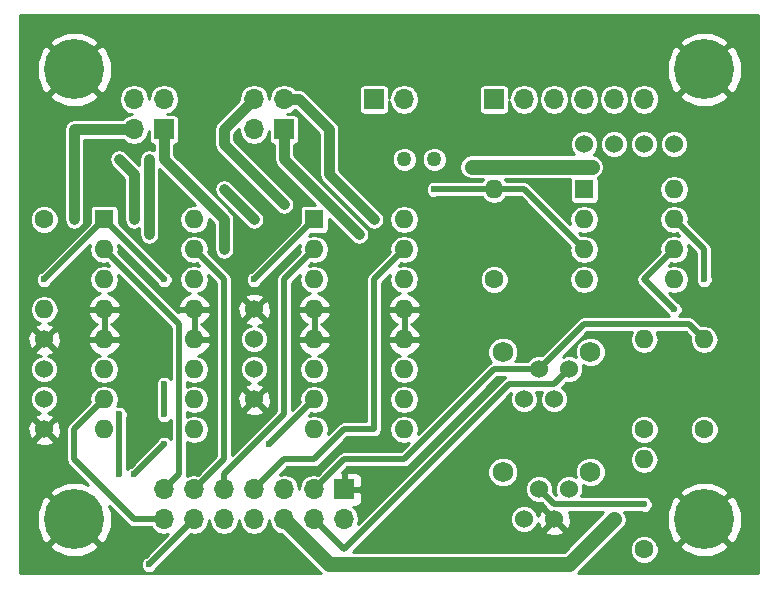
<source format=gbr>
G04 #@! TF.FileFunction,Copper,L2,Bot,Signal*
%FSLAX46Y46*%
G04 Gerber Fmt 4.6, Leading zero omitted, Abs format (unit mm)*
G04 Created by KiCad (PCBNEW 4.0.6) date Tuesday, June 06, 2017 'PMt' 02:35:44 PM*
%MOMM*%
%LPD*%
G01*
G04 APERTURE LIST*
%ADD10C,0.100000*%
%ADD11R,1.700000X1.700000*%
%ADD12O,1.700000X1.700000*%
%ADD13C,1.750000*%
%ADD14C,1.524000*%
%ADD15R,1.600000X1.600000*%
%ADD16O,1.600000X1.600000*%
%ADD17C,1.270000*%
%ADD18C,1.600000*%
%ADD19C,5.080000*%
%ADD20C,0.600000*%
%ADD21C,1.270000*%
%ADD22C,0.500000*%
%ADD23C,0.890000*%
%ADD24C,0.254000*%
G04 APERTURE END LIST*
D10*
D11*
X121920000Y-86360000D03*
D12*
X124460000Y-86360000D03*
X127000000Y-86360000D03*
X129540000Y-86360000D03*
X132080000Y-86360000D03*
X134620000Y-86360000D03*
D13*
X122660000Y-107740000D03*
D14*
X124460000Y-111760000D03*
X125730000Y-109220000D03*
X127000000Y-111760000D03*
X128270000Y-109220000D03*
D13*
X130070000Y-107740000D03*
X122660000Y-117900000D03*
D14*
X124460000Y-121920000D03*
X125730000Y-119380000D03*
X127000000Y-121920000D03*
X128270000Y-119380000D03*
D13*
X130070000Y-117900000D03*
D14*
X101600000Y-104140000D03*
X101600000Y-106680000D03*
X101600000Y-111760000D03*
X101600000Y-109220000D03*
X83820000Y-106680000D03*
X83820000Y-109220000D03*
X83820000Y-114300000D03*
X83820000Y-111760000D03*
X129540000Y-90170000D03*
X132080000Y-90170000D03*
X137160000Y-90170000D03*
X134620000Y-90170000D03*
D15*
X106680000Y-96520000D03*
D16*
X114300000Y-114300000D03*
X106680000Y-99060000D03*
X114300000Y-111760000D03*
X106680000Y-101600000D03*
X114300000Y-109220000D03*
X106680000Y-104140000D03*
X114300000Y-106680000D03*
X106680000Y-106680000D03*
X114300000Y-104140000D03*
X106680000Y-109220000D03*
X114300000Y-101600000D03*
X106680000Y-111760000D03*
X114300000Y-99060000D03*
X106680000Y-114300000D03*
X114300000Y-96520000D03*
D15*
X88900000Y-96520000D03*
D16*
X96520000Y-114300000D03*
X88900000Y-99060000D03*
X96520000Y-111760000D03*
X88900000Y-101600000D03*
X96520000Y-109220000D03*
X88900000Y-104140000D03*
X96520000Y-106680000D03*
X88900000Y-106680000D03*
X96520000Y-104140000D03*
X88900000Y-109220000D03*
X96520000Y-101600000D03*
X88900000Y-111760000D03*
X96520000Y-99060000D03*
X88900000Y-114300000D03*
X96520000Y-96520000D03*
D15*
X129540000Y-93980000D03*
D16*
X137160000Y-101600000D03*
X129540000Y-96520000D03*
X137160000Y-99060000D03*
X129540000Y-99060000D03*
X137160000Y-96520000D03*
X129540000Y-101600000D03*
X137160000Y-93980000D03*
D17*
X116840000Y-91440000D03*
D18*
X83820000Y-96520000D03*
D16*
X83820000Y-104140000D03*
D18*
X139700000Y-114300000D03*
D16*
X139700000Y-106680000D03*
D18*
X134620000Y-114300000D03*
D16*
X134620000Y-106680000D03*
D18*
X134620000Y-124460000D03*
D16*
X134620000Y-116840000D03*
D18*
X121920000Y-101600000D03*
D16*
X121920000Y-93980000D03*
D19*
X139700000Y-121920000D03*
X139700000Y-83820000D03*
X86360000Y-121920000D03*
X86360000Y-83820000D03*
D17*
X114300000Y-91440000D03*
D11*
X104140000Y-88900000D03*
D12*
X104140000Y-86360000D03*
X101600000Y-88900000D03*
X101600000Y-86360000D03*
D11*
X93980000Y-88900000D03*
D12*
X93980000Y-86360000D03*
X91440000Y-88900000D03*
X91440000Y-86360000D03*
D11*
X111760000Y-86360000D03*
D12*
X114300000Y-86360000D03*
D11*
X109220000Y-119380000D03*
D12*
X109220000Y-121920000D03*
X106680000Y-119380000D03*
X106680000Y-121920000D03*
X104140000Y-119380000D03*
X104140000Y-121920000D03*
X101600000Y-119380000D03*
X101600000Y-121920000D03*
X99060000Y-119380000D03*
X99060000Y-121920000D03*
X96520000Y-119380000D03*
X96520000Y-121920000D03*
X93980000Y-119380000D03*
X93980000Y-121920000D03*
D20*
X130175000Y-92075000D03*
X120015000Y-92075000D03*
X132080000Y-121920000D03*
X139700000Y-101600000D03*
X134620000Y-120650000D03*
X101600000Y-101600000D03*
X93980000Y-113030000D03*
X93980000Y-110490000D03*
X93980000Y-101600000D03*
X83820000Y-101600000D03*
X102870000Y-115570000D03*
X93980000Y-115570000D03*
X91440000Y-118110000D03*
X99060000Y-93980000D03*
X101600000Y-96520000D03*
X111760000Y-96520000D03*
X104140000Y-95250000D03*
X110490000Y-97790000D03*
X86360000Y-96520000D03*
X92710000Y-91440000D03*
X92710000Y-97790000D03*
X90170000Y-91440000D03*
X91440000Y-96520000D03*
X99060000Y-99060000D03*
X90170000Y-113030000D03*
X90170000Y-118110000D03*
X92710000Y-125730000D03*
X116840000Y-93980000D03*
X137160000Y-104140000D03*
D21*
X130175000Y-92075000D02*
X120015000Y-92075000D01*
X104140000Y-121920000D02*
X107950000Y-125730000D01*
X128270000Y-125730000D02*
X132080000Y-121920000D01*
X107950000Y-125730000D02*
X128270000Y-125730000D01*
D22*
X106680000Y-119380000D02*
X109220000Y-116840000D01*
X121920000Y-109220000D02*
X125730000Y-109220000D01*
X114300000Y-116840000D02*
X121920000Y-109220000D01*
X109220000Y-116840000D02*
X114300000Y-116840000D01*
X138430000Y-105410000D02*
X129540000Y-105410000D01*
X139700000Y-106680000D02*
X138430000Y-105410000D01*
X129540000Y-105410000D02*
X125730000Y-109220000D01*
X137160000Y-96520000D02*
X139700000Y-99060000D01*
X139700000Y-99060000D02*
X139700000Y-101600000D01*
X106680000Y-121920000D02*
X109220000Y-124460000D01*
X127000000Y-110490000D02*
X128270000Y-109220000D01*
X123190000Y-110490000D02*
X127000000Y-110490000D01*
X109220000Y-124460000D02*
X123190000Y-110490000D01*
X134620000Y-120650000D02*
X127000000Y-120650000D01*
X125730000Y-119380000D02*
X127000000Y-120650000D01*
X101600000Y-119380000D02*
X104140000Y-116840000D01*
X111760000Y-101600000D02*
X114300000Y-99060000D01*
X111760000Y-114300000D02*
X111760000Y-101600000D01*
X109220000Y-114300000D02*
X111760000Y-114300000D01*
X106680000Y-116840000D02*
X109220000Y-114300000D01*
X104140000Y-116840000D02*
X106680000Y-116840000D01*
X101600000Y-101600000D02*
X106680000Y-96520000D01*
X88900000Y-96520000D02*
X93980000Y-101600000D01*
X93980000Y-110490000D02*
X93980000Y-113030000D01*
X83820000Y-101600000D02*
X88900000Y-96520000D01*
X102870000Y-115570000D02*
X106680000Y-111760000D01*
X91440000Y-118110000D02*
X93980000Y-115570000D01*
D23*
X101600000Y-96520000D02*
X99060000Y-93980000D01*
X105410000Y-86360000D02*
X104140000Y-86360000D01*
X107950000Y-88900000D02*
X105410000Y-86360000D01*
X107950000Y-92710000D02*
X107950000Y-88900000D01*
X111760000Y-96520000D02*
X107950000Y-92710000D01*
X99060000Y-88900000D02*
X101600000Y-86360000D01*
X99060000Y-90170000D02*
X99060000Y-88900000D01*
X104140000Y-95250000D02*
X99060000Y-90170000D01*
X104140000Y-91440000D02*
X104140000Y-88900000D01*
X110490000Y-97790000D02*
X104140000Y-91440000D01*
D22*
X99060000Y-119380000D02*
X99060000Y-118110000D01*
X104140000Y-101600000D02*
X106680000Y-99060000D01*
X104140000Y-113030000D02*
X104140000Y-101600000D01*
X99060000Y-118110000D02*
X104140000Y-113030000D01*
X86360000Y-114300000D02*
X88900000Y-111760000D01*
X86360000Y-116840000D02*
X86360000Y-114300000D01*
X91440000Y-121920000D02*
X86360000Y-116840000D01*
X93980000Y-121920000D02*
X91440000Y-121920000D01*
X96520000Y-119380000D02*
X99060000Y-116840000D01*
X99060000Y-101600000D02*
X96520000Y-99060000D01*
X99060000Y-116840000D02*
X99060000Y-101600000D01*
D23*
X86360000Y-88900000D02*
X91440000Y-88900000D01*
X86360000Y-96520000D02*
X86360000Y-88900000D01*
X92710000Y-97790000D02*
X92710000Y-91440000D01*
X91440000Y-92710000D02*
X90170000Y-91440000D01*
X91440000Y-96520000D02*
X91440000Y-92710000D01*
X93980000Y-91440000D02*
X93980000Y-88900000D01*
X99060000Y-96520000D02*
X93980000Y-91440000D01*
X99060000Y-99060000D02*
X99060000Y-96520000D01*
D22*
X93980000Y-119380000D02*
X95250000Y-118110000D01*
X95250000Y-105410000D02*
X88900000Y-99060000D01*
X95250000Y-118110000D02*
X95250000Y-105410000D01*
X96520000Y-121920000D02*
X92710000Y-125730000D01*
X90170000Y-118110000D02*
X90170000Y-113030000D01*
X121920000Y-93980000D02*
X124460000Y-93980000D01*
X124460000Y-93980000D02*
X129540000Y-99060000D01*
X116840000Y-93980000D02*
X121920000Y-93980000D01*
X137160000Y-99060000D02*
X134620000Y-101600000D01*
X134620000Y-101600000D02*
X137160000Y-104140000D01*
D24*
G36*
X144278000Y-126498000D02*
X128995425Y-126498000D01*
X129020947Y-126480947D01*
X130798899Y-124702995D01*
X133392788Y-124702995D01*
X133579194Y-125154131D01*
X133924053Y-125499593D01*
X134374864Y-125686786D01*
X134862995Y-125687212D01*
X135314131Y-125500806D01*
X135659593Y-125155947D01*
X135846786Y-124705136D01*
X135847212Y-124217005D01*
X135833882Y-124184744D01*
X137614862Y-124184744D01*
X137901431Y-124611584D01*
X139068363Y-125094982D01*
X140331457Y-125095018D01*
X141498417Y-124611685D01*
X141498569Y-124611584D01*
X141785138Y-124184744D01*
X139700000Y-122099605D01*
X137614862Y-124184744D01*
X135833882Y-124184744D01*
X135660806Y-123765869D01*
X135315947Y-123420407D01*
X134865136Y-123233214D01*
X134377005Y-123232788D01*
X133925869Y-123419194D01*
X133580407Y-123764053D01*
X133393214Y-124214864D01*
X133392788Y-124702995D01*
X130798899Y-124702995D01*
X132830948Y-122670947D01*
X132910788Y-122551457D01*
X136524982Y-122551457D01*
X137008315Y-123718417D01*
X137008416Y-123718569D01*
X137435256Y-124005138D01*
X139520395Y-121920000D01*
X139879605Y-121920000D01*
X141964744Y-124005138D01*
X142391584Y-123718569D01*
X142874982Y-122551637D01*
X142875018Y-121288543D01*
X142391685Y-120121583D01*
X142391584Y-120121431D01*
X141964744Y-119834862D01*
X139879605Y-121920000D01*
X139520395Y-121920000D01*
X137435256Y-119834862D01*
X137008416Y-120121431D01*
X136525018Y-121288363D01*
X136524982Y-122551457D01*
X132910788Y-122551457D01*
X133061160Y-122326409D01*
X133142000Y-121920000D01*
X133061160Y-121513590D01*
X132936485Y-121327000D01*
X134354647Y-121327000D01*
X134474756Y-121376874D01*
X134763975Y-121377126D01*
X135031275Y-121266680D01*
X135235961Y-121062350D01*
X135346874Y-120795244D01*
X135347126Y-120506025D01*
X135236680Y-120238725D01*
X135032350Y-120034039D01*
X134765244Y-119923126D01*
X134476025Y-119922874D01*
X134354711Y-119973000D01*
X129311195Y-119973000D01*
X129443133Y-119655256D01*
X137614862Y-119655256D01*
X139700000Y-121740395D01*
X141785138Y-119655256D01*
X141498569Y-119228416D01*
X140331637Y-118745018D01*
X139068543Y-118744982D01*
X137901583Y-119228315D01*
X137901431Y-119228416D01*
X137614862Y-119655256D01*
X129443133Y-119655256D01*
X129458793Y-119617544D01*
X129459206Y-119144531D01*
X129415131Y-119037860D01*
X129809880Y-119201774D01*
X130327848Y-119202226D01*
X130806560Y-119004426D01*
X131173139Y-118638487D01*
X131371774Y-118160120D01*
X131372226Y-117642152D01*
X131174426Y-117163440D01*
X130827555Y-116815962D01*
X133393000Y-116815962D01*
X133393000Y-116864038D01*
X133486400Y-117333591D01*
X133752380Y-117731658D01*
X134150447Y-117997638D01*
X134620000Y-118091038D01*
X135089553Y-117997638D01*
X135487620Y-117731658D01*
X135753600Y-117333591D01*
X135847000Y-116864038D01*
X135847000Y-116815962D01*
X135753600Y-116346409D01*
X135487620Y-115948342D01*
X135089553Y-115682362D01*
X134620000Y-115588962D01*
X134150447Y-115682362D01*
X133752380Y-115948342D01*
X133486400Y-116346409D01*
X133393000Y-116815962D01*
X130827555Y-116815962D01*
X130808487Y-116796861D01*
X130330120Y-116598226D01*
X129812152Y-116597774D01*
X129333440Y-116795574D01*
X128966861Y-117161513D01*
X128768226Y-117639880D01*
X128767774Y-118157848D01*
X128838308Y-118328552D01*
X128507544Y-118191207D01*
X128034531Y-118190794D01*
X127597365Y-118371427D01*
X127262603Y-118705606D01*
X127081207Y-119142456D01*
X127080794Y-119615469D01*
X127191978Y-119884556D01*
X126918798Y-119611376D01*
X126919206Y-119144531D01*
X126738573Y-118707365D01*
X126404394Y-118372603D01*
X125967544Y-118191207D01*
X125494531Y-118190794D01*
X125057365Y-118371427D01*
X124722603Y-118705606D01*
X124541207Y-119142456D01*
X124540794Y-119615469D01*
X124721427Y-120052635D01*
X125055606Y-120387397D01*
X125492456Y-120568793D01*
X125961781Y-120569203D01*
X126229031Y-120836453D01*
X126199392Y-120939787D01*
X127000000Y-121740395D01*
X127014143Y-121726253D01*
X127193748Y-121905858D01*
X127179605Y-121920000D01*
X127980213Y-122720608D01*
X128222397Y-122651143D01*
X128409144Y-122127698D01*
X128381362Y-121572632D01*
X128279618Y-121327000D01*
X131171105Y-121327000D01*
X127830106Y-124668000D01*
X109969422Y-124668000D01*
X112481953Y-122155469D01*
X123270794Y-122155469D01*
X123451427Y-122592635D01*
X123785606Y-122927397D01*
X124222456Y-123108793D01*
X124695469Y-123109206D01*
X125132635Y-122928573D01*
X125161044Y-122900213D01*
X126199392Y-122900213D01*
X126268857Y-123142397D01*
X126792302Y-123329144D01*
X127347368Y-123301362D01*
X127731143Y-123142397D01*
X127800608Y-122900213D01*
X127000000Y-122099605D01*
X126199392Y-122900213D01*
X125161044Y-122900213D01*
X125467397Y-122594394D01*
X125616976Y-122234167D01*
X125618638Y-122267368D01*
X125777603Y-122651143D01*
X126019787Y-122720608D01*
X126820395Y-121920000D01*
X126019787Y-121119392D01*
X125777603Y-121188857D01*
X125623210Y-121621615D01*
X125468573Y-121247365D01*
X125134394Y-120912603D01*
X124697544Y-120731207D01*
X124224531Y-120730794D01*
X123787365Y-120911427D01*
X123452603Y-121245606D01*
X123271207Y-121682456D01*
X123270794Y-122155469D01*
X112481953Y-122155469D01*
X116479574Y-118157848D01*
X121357774Y-118157848D01*
X121555574Y-118636560D01*
X121921513Y-119003139D01*
X122399880Y-119201774D01*
X122917848Y-119202226D01*
X123396560Y-119004426D01*
X123763139Y-118638487D01*
X123961774Y-118160120D01*
X123962226Y-117642152D01*
X123764426Y-117163440D01*
X123398487Y-116796861D01*
X122920120Y-116598226D01*
X122402152Y-116597774D01*
X121923440Y-116795574D01*
X121556861Y-117161513D01*
X121358226Y-117639880D01*
X121357774Y-118157848D01*
X116479574Y-118157848D01*
X120094427Y-114542995D01*
X133392788Y-114542995D01*
X133579194Y-114994131D01*
X133924053Y-115339593D01*
X134374864Y-115526786D01*
X134862995Y-115527212D01*
X135314131Y-115340806D01*
X135659593Y-114995947D01*
X135846786Y-114545136D01*
X135846787Y-114542995D01*
X138472788Y-114542995D01*
X138659194Y-114994131D01*
X139004053Y-115339593D01*
X139454864Y-115526786D01*
X139942995Y-115527212D01*
X140394131Y-115340806D01*
X140739593Y-114995947D01*
X140926786Y-114545136D01*
X140927212Y-114057005D01*
X140740806Y-113605869D01*
X140395947Y-113260407D01*
X139945136Y-113073214D01*
X139457005Y-113072788D01*
X139005869Y-113259194D01*
X138660407Y-113604053D01*
X138473214Y-114054864D01*
X138472788Y-114542995D01*
X135846787Y-114542995D01*
X135847212Y-114057005D01*
X135660806Y-113605869D01*
X135315947Y-113260407D01*
X134865136Y-113073214D01*
X134377005Y-113072788D01*
X133925869Y-113259194D01*
X133580407Y-113604053D01*
X133393214Y-114054864D01*
X133392788Y-114542995D01*
X120094427Y-114542995D01*
X123382152Y-111255271D01*
X123271207Y-111522456D01*
X123270794Y-111995469D01*
X123451427Y-112432635D01*
X123785606Y-112767397D01*
X124222456Y-112948793D01*
X124695469Y-112949206D01*
X125132635Y-112768573D01*
X125467397Y-112434394D01*
X125648793Y-111997544D01*
X125649206Y-111524531D01*
X125501477Y-111167000D01*
X125958805Y-111167000D01*
X125811207Y-111522456D01*
X125810794Y-111995469D01*
X125991427Y-112432635D01*
X126325606Y-112767397D01*
X126762456Y-112948793D01*
X127235469Y-112949206D01*
X127672635Y-112768573D01*
X128007397Y-112434394D01*
X128188793Y-111997544D01*
X128189206Y-111524531D01*
X128008573Y-111087365D01*
X127684598Y-110762824D01*
X128038624Y-110408798D01*
X128505469Y-110409206D01*
X128942635Y-110228573D01*
X129277397Y-109894394D01*
X129458793Y-109457544D01*
X129459206Y-108984531D01*
X129415131Y-108877860D01*
X129809880Y-109041774D01*
X130327848Y-109042226D01*
X130806560Y-108844426D01*
X131173139Y-108478487D01*
X131371774Y-108000120D01*
X131372226Y-107482152D01*
X131174426Y-107003440D01*
X130808487Y-106636861D01*
X130330120Y-106438226D01*
X129812152Y-106437774D01*
X129333440Y-106635574D01*
X128966861Y-107001513D01*
X128768226Y-107479880D01*
X128767774Y-107997848D01*
X128838308Y-108168552D01*
X128507544Y-108031207D01*
X128034531Y-108030794D01*
X127765444Y-108141978D01*
X129820423Y-106087000D01*
X133552823Y-106087000D01*
X133486400Y-106186409D01*
X133393000Y-106655962D01*
X133393000Y-106704038D01*
X133486400Y-107173591D01*
X133752380Y-107571658D01*
X134150447Y-107837638D01*
X134620000Y-107931038D01*
X135089553Y-107837638D01*
X135487620Y-107571658D01*
X135753600Y-107173591D01*
X135847000Y-106704038D01*
X135847000Y-106655962D01*
X135753600Y-106186409D01*
X135687177Y-106087000D01*
X138149578Y-106087000D01*
X138513738Y-106451160D01*
X138473000Y-106655962D01*
X138473000Y-106704038D01*
X138566400Y-107173591D01*
X138832380Y-107571658D01*
X139230447Y-107837638D01*
X139700000Y-107931038D01*
X140169553Y-107837638D01*
X140567620Y-107571658D01*
X140833600Y-107173591D01*
X140927000Y-106704038D01*
X140927000Y-106655962D01*
X140833600Y-106186409D01*
X140567620Y-105788342D01*
X140169553Y-105522362D01*
X139700000Y-105428962D01*
X139455098Y-105477676D01*
X138908711Y-104931289D01*
X138812307Y-104866874D01*
X138689077Y-104784534D01*
X138430000Y-104733000D01*
X137594996Y-104733000D01*
X137775961Y-104552350D01*
X137886874Y-104285244D01*
X137887126Y-103996025D01*
X137776680Y-103728725D01*
X137572350Y-103524039D01*
X137451124Y-103473701D01*
X136722100Y-102744678D01*
X137135962Y-102827000D01*
X137184038Y-102827000D01*
X137653591Y-102733600D01*
X138051658Y-102467620D01*
X138317638Y-102069553D01*
X138411038Y-101600000D01*
X138317638Y-101130447D01*
X138051658Y-100732380D01*
X137653591Y-100466400D01*
X137184038Y-100373000D01*
X137135962Y-100373000D01*
X136722100Y-100455322D01*
X136931160Y-100246262D01*
X137135962Y-100287000D01*
X137184038Y-100287000D01*
X137653591Y-100193600D01*
X138051658Y-99927620D01*
X138317638Y-99529553D01*
X138411038Y-99060000D01*
X138328716Y-98646138D01*
X139023000Y-99340423D01*
X139023000Y-101334647D01*
X138973126Y-101454756D01*
X138972874Y-101743975D01*
X139083320Y-102011275D01*
X139287650Y-102215961D01*
X139554756Y-102326874D01*
X139843975Y-102327126D01*
X140111275Y-102216680D01*
X140315961Y-102012350D01*
X140426874Y-101745244D01*
X140427126Y-101456025D01*
X140377000Y-101334711D01*
X140377000Y-99060000D01*
X140325466Y-98800923D01*
X140252089Y-98691106D01*
X140178711Y-98581288D01*
X138362324Y-96764902D01*
X138411038Y-96520000D01*
X138317638Y-96050447D01*
X138051658Y-95652380D01*
X137653591Y-95386400D01*
X137184038Y-95293000D01*
X137135962Y-95293000D01*
X136666409Y-95386400D01*
X136268342Y-95652380D01*
X136002362Y-96050447D01*
X135908962Y-96520000D01*
X136002362Y-96989553D01*
X136268342Y-97387620D01*
X136666409Y-97653600D01*
X137135962Y-97747000D01*
X137184038Y-97747000D01*
X137388840Y-97706262D01*
X137597900Y-97915322D01*
X137184038Y-97833000D01*
X137135962Y-97833000D01*
X136666409Y-97926400D01*
X136268342Y-98192380D01*
X136002362Y-98590447D01*
X135908962Y-99060000D01*
X135957676Y-99304901D01*
X134141290Y-101121288D01*
X134141289Y-101121289D01*
X133994534Y-101340924D01*
X133943000Y-101600000D01*
X133994534Y-101859076D01*
X134141289Y-102078711D01*
X136493656Y-104431079D01*
X136543320Y-104551275D01*
X136724729Y-104733000D01*
X129540000Y-104733000D01*
X129280924Y-104784533D01*
X129061289Y-104931288D01*
X125961376Y-108031202D01*
X125494531Y-108030794D01*
X125057365Y-108211427D01*
X124725214Y-108543000D01*
X123698513Y-108543000D01*
X123763139Y-108478487D01*
X123961774Y-108000120D01*
X123962226Y-107482152D01*
X123764426Y-107003440D01*
X123398487Y-106636861D01*
X122920120Y-106438226D01*
X122402152Y-106437774D01*
X121923440Y-106635574D01*
X121556861Y-107001513D01*
X121358226Y-107479880D01*
X121357774Y-107997848D01*
X121555574Y-108476560D01*
X121671285Y-108592473D01*
X121660923Y-108594534D01*
X121551106Y-108667911D01*
X121441288Y-108741289D01*
X115468716Y-114713862D01*
X115551038Y-114300000D01*
X115457638Y-113830447D01*
X115191658Y-113432380D01*
X114793591Y-113166400D01*
X114324038Y-113073000D01*
X114275962Y-113073000D01*
X113806409Y-113166400D01*
X113408342Y-113432380D01*
X113142362Y-113830447D01*
X113048962Y-114300000D01*
X113142362Y-114769553D01*
X113408342Y-115167620D01*
X113806409Y-115433600D01*
X114275962Y-115527000D01*
X114324038Y-115527000D01*
X114737900Y-115444678D01*
X114019578Y-116163000D01*
X109220000Y-116163000D01*
X108960923Y-116214534D01*
X108851106Y-116287911D01*
X108741288Y-116361289D01*
X106967424Y-118135154D01*
X106680000Y-118077982D01*
X106191313Y-118175188D01*
X105777025Y-118452007D01*
X105500206Y-118866295D01*
X105410000Y-119319791D01*
X105319794Y-118866295D01*
X105042975Y-118452007D01*
X104628687Y-118175188D01*
X104140000Y-118077982D01*
X103789777Y-118147646D01*
X104420423Y-117517000D01*
X106680000Y-117517000D01*
X106939077Y-117465466D01*
X107158711Y-117318711D01*
X109500423Y-114977000D01*
X111760000Y-114977000D01*
X112019077Y-114925466D01*
X112238711Y-114778711D01*
X112385466Y-114559077D01*
X112437000Y-114300000D01*
X112437000Y-111760000D01*
X113048962Y-111760000D01*
X113142362Y-112229553D01*
X113408342Y-112627620D01*
X113806409Y-112893600D01*
X114275962Y-112987000D01*
X114324038Y-112987000D01*
X114793591Y-112893600D01*
X115191658Y-112627620D01*
X115457638Y-112229553D01*
X115551038Y-111760000D01*
X115457638Y-111290447D01*
X115191658Y-110892380D01*
X114793591Y-110626400D01*
X114324038Y-110533000D01*
X114275962Y-110533000D01*
X113806409Y-110626400D01*
X113408342Y-110892380D01*
X113142362Y-111290447D01*
X113048962Y-111760000D01*
X112437000Y-111760000D01*
X112437000Y-107029039D01*
X112908096Y-107029039D01*
X113068959Y-107417423D01*
X113444866Y-107832389D01*
X113929735Y-108061869D01*
X113806409Y-108086400D01*
X113408342Y-108352380D01*
X113142362Y-108750447D01*
X113048962Y-109220000D01*
X113142362Y-109689553D01*
X113408342Y-110087620D01*
X113806409Y-110353600D01*
X114275962Y-110447000D01*
X114324038Y-110447000D01*
X114793591Y-110353600D01*
X115191658Y-110087620D01*
X115457638Y-109689553D01*
X115551038Y-109220000D01*
X115457638Y-108750447D01*
X115191658Y-108352380D01*
X114793591Y-108086400D01*
X114670265Y-108061869D01*
X115155134Y-107832389D01*
X115531041Y-107417423D01*
X115691904Y-107029039D01*
X115569915Y-106807000D01*
X114427000Y-106807000D01*
X114427000Y-106827000D01*
X114173000Y-106827000D01*
X114173000Y-106807000D01*
X113030085Y-106807000D01*
X112908096Y-107029039D01*
X112437000Y-107029039D01*
X112437000Y-104489039D01*
X112908096Y-104489039D01*
X113068959Y-104877423D01*
X113444866Y-105292389D01*
X113693367Y-105410000D01*
X113444866Y-105527611D01*
X113068959Y-105942577D01*
X112908096Y-106330961D01*
X113030085Y-106553000D01*
X114173000Y-106553000D01*
X114173000Y-104267000D01*
X114427000Y-104267000D01*
X114427000Y-106553000D01*
X115569915Y-106553000D01*
X115691904Y-106330961D01*
X115531041Y-105942577D01*
X115155134Y-105527611D01*
X114906633Y-105410000D01*
X115155134Y-105292389D01*
X115531041Y-104877423D01*
X115691904Y-104489039D01*
X115569915Y-104267000D01*
X114427000Y-104267000D01*
X114173000Y-104267000D01*
X113030085Y-104267000D01*
X112908096Y-104489039D01*
X112437000Y-104489039D01*
X112437000Y-101880422D01*
X113131284Y-101186138D01*
X113048962Y-101600000D01*
X113142362Y-102069553D01*
X113408342Y-102467620D01*
X113806409Y-102733600D01*
X113929735Y-102758131D01*
X113444866Y-102987611D01*
X113068959Y-103402577D01*
X112908096Y-103790961D01*
X113030085Y-104013000D01*
X114173000Y-104013000D01*
X114173000Y-103993000D01*
X114427000Y-103993000D01*
X114427000Y-104013000D01*
X115569915Y-104013000D01*
X115691904Y-103790961D01*
X115531041Y-103402577D01*
X115155134Y-102987611D01*
X114670265Y-102758131D01*
X114793591Y-102733600D01*
X115191658Y-102467620D01*
X115457638Y-102069553D01*
X115502703Y-101842995D01*
X120692788Y-101842995D01*
X120879194Y-102294131D01*
X121224053Y-102639593D01*
X121674864Y-102826786D01*
X122162995Y-102827212D01*
X122614131Y-102640806D01*
X122959593Y-102295947D01*
X123146786Y-101845136D01*
X123146999Y-101600000D01*
X128288962Y-101600000D01*
X128382362Y-102069553D01*
X128648342Y-102467620D01*
X129046409Y-102733600D01*
X129515962Y-102827000D01*
X129564038Y-102827000D01*
X130033591Y-102733600D01*
X130431658Y-102467620D01*
X130697638Y-102069553D01*
X130791038Y-101600000D01*
X130697638Y-101130447D01*
X130431658Y-100732380D01*
X130033591Y-100466400D01*
X129564038Y-100373000D01*
X129515962Y-100373000D01*
X129046409Y-100466400D01*
X128648342Y-100732380D01*
X128382362Y-101130447D01*
X128288962Y-101600000D01*
X123146999Y-101600000D01*
X123147212Y-101357005D01*
X122960806Y-100905869D01*
X122615947Y-100560407D01*
X122165136Y-100373214D01*
X121677005Y-100372788D01*
X121225869Y-100559194D01*
X120880407Y-100904053D01*
X120693214Y-101354864D01*
X120692788Y-101842995D01*
X115502703Y-101842995D01*
X115551038Y-101600000D01*
X115457638Y-101130447D01*
X115191658Y-100732380D01*
X114793591Y-100466400D01*
X114324038Y-100373000D01*
X114275962Y-100373000D01*
X113862100Y-100455322D01*
X114071160Y-100246262D01*
X114275962Y-100287000D01*
X114324038Y-100287000D01*
X114793591Y-100193600D01*
X115191658Y-99927620D01*
X115457638Y-99529553D01*
X115551038Y-99060000D01*
X115457638Y-98590447D01*
X115191658Y-98192380D01*
X114793591Y-97926400D01*
X114324038Y-97833000D01*
X114275962Y-97833000D01*
X113806409Y-97926400D01*
X113408342Y-98192380D01*
X113142362Y-98590447D01*
X113048962Y-99060000D01*
X113097676Y-99304901D01*
X111281290Y-101121288D01*
X111281289Y-101121289D01*
X111134534Y-101340923D01*
X111083000Y-101600000D01*
X111083000Y-113623000D01*
X109220000Y-113623000D01*
X108960923Y-113674534D01*
X108851106Y-113747912D01*
X108741288Y-113821289D01*
X107848716Y-114713862D01*
X107931038Y-114300000D01*
X107837638Y-113830447D01*
X107571658Y-113432380D01*
X107173591Y-113166400D01*
X106704038Y-113073000D01*
X106655962Y-113073000D01*
X106242100Y-113155322D01*
X106451160Y-112946262D01*
X106655962Y-112987000D01*
X106704038Y-112987000D01*
X107173591Y-112893600D01*
X107571658Y-112627620D01*
X107837638Y-112229553D01*
X107931038Y-111760000D01*
X107837638Y-111290447D01*
X107571658Y-110892380D01*
X107173591Y-110626400D01*
X106704038Y-110533000D01*
X106655962Y-110533000D01*
X106186409Y-110626400D01*
X105788342Y-110892380D01*
X105522362Y-111290447D01*
X105428962Y-111760000D01*
X105477676Y-112004901D01*
X104817000Y-112665577D01*
X104817000Y-107029039D01*
X105288096Y-107029039D01*
X105448959Y-107417423D01*
X105824866Y-107832389D01*
X106309735Y-108061869D01*
X106186409Y-108086400D01*
X105788342Y-108352380D01*
X105522362Y-108750447D01*
X105428962Y-109220000D01*
X105522362Y-109689553D01*
X105788342Y-110087620D01*
X106186409Y-110353600D01*
X106655962Y-110447000D01*
X106704038Y-110447000D01*
X107173591Y-110353600D01*
X107571658Y-110087620D01*
X107837638Y-109689553D01*
X107931038Y-109220000D01*
X107837638Y-108750447D01*
X107571658Y-108352380D01*
X107173591Y-108086400D01*
X107050265Y-108061869D01*
X107535134Y-107832389D01*
X107911041Y-107417423D01*
X108071904Y-107029039D01*
X107949915Y-106807000D01*
X106807000Y-106807000D01*
X106807000Y-106827000D01*
X106553000Y-106827000D01*
X106553000Y-106807000D01*
X105410085Y-106807000D01*
X105288096Y-107029039D01*
X104817000Y-107029039D01*
X104817000Y-104489039D01*
X105288096Y-104489039D01*
X105448959Y-104877423D01*
X105824866Y-105292389D01*
X106073367Y-105410000D01*
X105824866Y-105527611D01*
X105448959Y-105942577D01*
X105288096Y-106330961D01*
X105410085Y-106553000D01*
X106553000Y-106553000D01*
X106553000Y-104267000D01*
X106807000Y-104267000D01*
X106807000Y-106553000D01*
X107949915Y-106553000D01*
X108071904Y-106330961D01*
X107911041Y-105942577D01*
X107535134Y-105527611D01*
X107286633Y-105410000D01*
X107535134Y-105292389D01*
X107911041Y-104877423D01*
X108071904Y-104489039D01*
X107949915Y-104267000D01*
X106807000Y-104267000D01*
X106553000Y-104267000D01*
X105410085Y-104267000D01*
X105288096Y-104489039D01*
X104817000Y-104489039D01*
X104817000Y-101880422D01*
X105511284Y-101186138D01*
X105428962Y-101600000D01*
X105522362Y-102069553D01*
X105788342Y-102467620D01*
X106186409Y-102733600D01*
X106309735Y-102758131D01*
X105824866Y-102987611D01*
X105448959Y-103402577D01*
X105288096Y-103790961D01*
X105410085Y-104013000D01*
X106553000Y-104013000D01*
X106553000Y-103993000D01*
X106807000Y-103993000D01*
X106807000Y-104013000D01*
X107949915Y-104013000D01*
X108071904Y-103790961D01*
X107911041Y-103402577D01*
X107535134Y-102987611D01*
X107050265Y-102758131D01*
X107173591Y-102733600D01*
X107571658Y-102467620D01*
X107837638Y-102069553D01*
X107931038Y-101600000D01*
X107837638Y-101130447D01*
X107571658Y-100732380D01*
X107173591Y-100466400D01*
X106704038Y-100373000D01*
X106655962Y-100373000D01*
X106242100Y-100455322D01*
X106451160Y-100246262D01*
X106655962Y-100287000D01*
X106704038Y-100287000D01*
X107173591Y-100193600D01*
X107571658Y-99927620D01*
X107837638Y-99529553D01*
X107931038Y-99060000D01*
X107837638Y-98590447D01*
X107571658Y-98192380D01*
X107173591Y-97926400D01*
X106704038Y-97833000D01*
X106655962Y-97833000D01*
X106242100Y-97915322D01*
X106402057Y-97755365D01*
X107480000Y-97755365D01*
X107638237Y-97725591D01*
X107783567Y-97632073D01*
X107881064Y-97489381D01*
X107915365Y-97320000D01*
X107915365Y-96448559D01*
X109873403Y-98406597D01*
X110156300Y-98595623D01*
X110490000Y-98662000D01*
X110823700Y-98595623D01*
X111106597Y-98406597D01*
X111295623Y-98123700D01*
X111362000Y-97790000D01*
X111295623Y-97456300D01*
X111106597Y-97173403D01*
X105012000Y-91078806D01*
X105012000Y-90181225D01*
X105148237Y-90155591D01*
X105293567Y-90062073D01*
X105391064Y-89919381D01*
X105425365Y-89750000D01*
X105425365Y-88050000D01*
X105395591Y-87891763D01*
X105302073Y-87746433D01*
X105159381Y-87648936D01*
X104990000Y-87614635D01*
X104378210Y-87614635D01*
X104628687Y-87564812D01*
X105042975Y-87287993D01*
X105067738Y-87250932D01*
X107078000Y-89261194D01*
X107078000Y-92710000D01*
X107144377Y-93043700D01*
X107333403Y-93326597D01*
X111143403Y-97136597D01*
X111426300Y-97325623D01*
X111760000Y-97392000D01*
X112093700Y-97325623D01*
X112376597Y-97136597D01*
X112565623Y-96853700D01*
X112632000Y-96520000D01*
X113048962Y-96520000D01*
X113142362Y-96989553D01*
X113408342Y-97387620D01*
X113806409Y-97653600D01*
X114275962Y-97747000D01*
X114324038Y-97747000D01*
X114793591Y-97653600D01*
X115191658Y-97387620D01*
X115457638Y-96989553D01*
X115551038Y-96520000D01*
X115457638Y-96050447D01*
X115191658Y-95652380D01*
X114793591Y-95386400D01*
X114324038Y-95293000D01*
X114275962Y-95293000D01*
X113806409Y-95386400D01*
X113408342Y-95652380D01*
X113142362Y-96050447D01*
X113048962Y-96520000D01*
X112632000Y-96520000D01*
X112565623Y-96186300D01*
X112376597Y-95903403D01*
X110597169Y-94123975D01*
X116112874Y-94123975D01*
X116223320Y-94391275D01*
X116427650Y-94595961D01*
X116694756Y-94706874D01*
X116983975Y-94707126D01*
X117105289Y-94657000D01*
X120908950Y-94657000D01*
X121052380Y-94871658D01*
X121450447Y-95137638D01*
X121920000Y-95231038D01*
X122389553Y-95137638D01*
X122787620Y-94871658D01*
X122931050Y-94657000D01*
X124179578Y-94657000D01*
X128337676Y-98815098D01*
X128288962Y-99060000D01*
X128382362Y-99529553D01*
X128648342Y-99927620D01*
X129046409Y-100193600D01*
X129515962Y-100287000D01*
X129564038Y-100287000D01*
X130033591Y-100193600D01*
X130431658Y-99927620D01*
X130697638Y-99529553D01*
X130791038Y-99060000D01*
X130697638Y-98590447D01*
X130431658Y-98192380D01*
X130033591Y-97926400D01*
X129564038Y-97833000D01*
X129515962Y-97833000D01*
X129311160Y-97873738D01*
X129102100Y-97664678D01*
X129515962Y-97747000D01*
X129564038Y-97747000D01*
X130033591Y-97653600D01*
X130431658Y-97387620D01*
X130697638Y-96989553D01*
X130791038Y-96520000D01*
X130697638Y-96050447D01*
X130431658Y-95652380D01*
X130033591Y-95386400D01*
X129564038Y-95293000D01*
X129515962Y-95293000D01*
X129046409Y-95386400D01*
X128648342Y-95652380D01*
X128382362Y-96050447D01*
X128288962Y-96520000D01*
X128371284Y-96933862D01*
X124938711Y-93501289D01*
X124719077Y-93354534D01*
X124460000Y-93303000D01*
X122931050Y-93303000D01*
X122820132Y-93137000D01*
X128313343Y-93137000D01*
X128304635Y-93180000D01*
X128304635Y-94780000D01*
X128334409Y-94938237D01*
X128427927Y-95083567D01*
X128570619Y-95181064D01*
X128740000Y-95215365D01*
X130340000Y-95215365D01*
X130498237Y-95185591D01*
X130643567Y-95092073D01*
X130741064Y-94949381D01*
X130775365Y-94780000D01*
X130775365Y-93980000D01*
X135908962Y-93980000D01*
X136002362Y-94449553D01*
X136268342Y-94847620D01*
X136666409Y-95113600D01*
X137135962Y-95207000D01*
X137184038Y-95207000D01*
X137653591Y-95113600D01*
X138051658Y-94847620D01*
X138317638Y-94449553D01*
X138411038Y-93980000D01*
X138317638Y-93510447D01*
X138051658Y-93112380D01*
X137653591Y-92846400D01*
X137184038Y-92753000D01*
X137135962Y-92753000D01*
X136666409Y-92846400D01*
X136268342Y-93112380D01*
X136002362Y-93510447D01*
X135908962Y-93980000D01*
X130775365Y-93980000D01*
X130775365Y-93180000D01*
X130745591Y-93021763D01*
X130711703Y-92969100D01*
X130925947Y-92825947D01*
X131156160Y-92481410D01*
X131237000Y-92075000D01*
X131156160Y-91668590D01*
X130925947Y-91324053D01*
X130581410Y-91093840D01*
X130344685Y-91046753D01*
X130547397Y-90844394D01*
X130728793Y-90407544D01*
X130728794Y-90405469D01*
X130890794Y-90405469D01*
X131071427Y-90842635D01*
X131405606Y-91177397D01*
X131842456Y-91358793D01*
X132315469Y-91359206D01*
X132752635Y-91178573D01*
X133087397Y-90844394D01*
X133268793Y-90407544D01*
X133268794Y-90405469D01*
X133430794Y-90405469D01*
X133611427Y-90842635D01*
X133945606Y-91177397D01*
X134382456Y-91358793D01*
X134855469Y-91359206D01*
X135292635Y-91178573D01*
X135627397Y-90844394D01*
X135808793Y-90407544D01*
X135808794Y-90405469D01*
X135970794Y-90405469D01*
X136151427Y-90842635D01*
X136485606Y-91177397D01*
X136922456Y-91358793D01*
X137395469Y-91359206D01*
X137832635Y-91178573D01*
X138167397Y-90844394D01*
X138348793Y-90407544D01*
X138349206Y-89934531D01*
X138168573Y-89497365D01*
X137834394Y-89162603D01*
X137397544Y-88981207D01*
X136924531Y-88980794D01*
X136487365Y-89161427D01*
X136152603Y-89495606D01*
X135971207Y-89932456D01*
X135970794Y-90405469D01*
X135808794Y-90405469D01*
X135809206Y-89934531D01*
X135628573Y-89497365D01*
X135294394Y-89162603D01*
X134857544Y-88981207D01*
X134384531Y-88980794D01*
X133947365Y-89161427D01*
X133612603Y-89495606D01*
X133431207Y-89932456D01*
X133430794Y-90405469D01*
X133268794Y-90405469D01*
X133269206Y-89934531D01*
X133088573Y-89497365D01*
X132754394Y-89162603D01*
X132317544Y-88981207D01*
X131844531Y-88980794D01*
X131407365Y-89161427D01*
X131072603Y-89495606D01*
X130891207Y-89932456D01*
X130890794Y-90405469D01*
X130728794Y-90405469D01*
X130729206Y-89934531D01*
X130548573Y-89497365D01*
X130214394Y-89162603D01*
X129777544Y-88981207D01*
X129304531Y-88980794D01*
X128867365Y-89161427D01*
X128532603Y-89495606D01*
X128351207Y-89932456D01*
X128350794Y-90405469D01*
X128531427Y-90842635D01*
X128701495Y-91013000D01*
X120015000Y-91013000D01*
X119608590Y-91093840D01*
X119264053Y-91324053D01*
X119033840Y-91668590D01*
X118953000Y-92075000D01*
X119033840Y-92481410D01*
X119264053Y-92825947D01*
X119608590Y-93056160D01*
X120015000Y-93137000D01*
X121019868Y-93137000D01*
X120908950Y-93303000D01*
X117105353Y-93303000D01*
X116985244Y-93253126D01*
X116696025Y-93252874D01*
X116428725Y-93363320D01*
X116224039Y-93567650D01*
X116113126Y-93834756D01*
X116112874Y-94123975D01*
X110597169Y-94123975D01*
X108822000Y-92348806D01*
X108822000Y-91650318D01*
X113237816Y-91650318D01*
X113399155Y-92040789D01*
X113697640Y-92339795D01*
X114087828Y-92501815D01*
X114510318Y-92502184D01*
X114900789Y-92340845D01*
X115199795Y-92042360D01*
X115361815Y-91652172D01*
X115361816Y-91650318D01*
X115777816Y-91650318D01*
X115939155Y-92040789D01*
X116237640Y-92339795D01*
X116627828Y-92501815D01*
X117050318Y-92502184D01*
X117440789Y-92340845D01*
X117739795Y-92042360D01*
X117901815Y-91652172D01*
X117902184Y-91229682D01*
X117740845Y-90839211D01*
X117442360Y-90540205D01*
X117052172Y-90378185D01*
X116629682Y-90377816D01*
X116239211Y-90539155D01*
X115940205Y-90837640D01*
X115778185Y-91227828D01*
X115777816Y-91650318D01*
X115361816Y-91650318D01*
X115362184Y-91229682D01*
X115200845Y-90839211D01*
X114902360Y-90540205D01*
X114512172Y-90378185D01*
X114089682Y-90377816D01*
X113699211Y-90539155D01*
X113400205Y-90837640D01*
X113238185Y-91227828D01*
X113237816Y-91650318D01*
X108822000Y-91650318D01*
X108822000Y-88900000D01*
X108755623Y-88566300D01*
X108566597Y-88283403D01*
X106026597Y-85743403D01*
X105743700Y-85554377D01*
X105520602Y-85510000D01*
X110474635Y-85510000D01*
X110474635Y-87210000D01*
X110504409Y-87368237D01*
X110597927Y-87513567D01*
X110740619Y-87611064D01*
X110910000Y-87645365D01*
X112610000Y-87645365D01*
X112768237Y-87615591D01*
X112913567Y-87522073D01*
X113011064Y-87379381D01*
X113045365Y-87210000D01*
X113045365Y-86497454D01*
X113120206Y-86873705D01*
X113397025Y-87287993D01*
X113811313Y-87564812D01*
X114300000Y-87662018D01*
X114788687Y-87564812D01*
X115202975Y-87287993D01*
X115479794Y-86873705D01*
X115577000Y-86385018D01*
X115577000Y-86334982D01*
X115479794Y-85846295D01*
X115255089Y-85510000D01*
X120634635Y-85510000D01*
X120634635Y-87210000D01*
X120664409Y-87368237D01*
X120757927Y-87513567D01*
X120900619Y-87611064D01*
X121070000Y-87645365D01*
X122770000Y-87645365D01*
X122928237Y-87615591D01*
X123073567Y-87522073D01*
X123171064Y-87379381D01*
X123205365Y-87210000D01*
X123205365Y-86497454D01*
X123280206Y-86873705D01*
X123557025Y-87287993D01*
X123971313Y-87564812D01*
X124460000Y-87662018D01*
X124948687Y-87564812D01*
X125362975Y-87287993D01*
X125639794Y-86873705D01*
X125730000Y-86420209D01*
X125820206Y-86873705D01*
X126097025Y-87287993D01*
X126511313Y-87564812D01*
X127000000Y-87662018D01*
X127488687Y-87564812D01*
X127902975Y-87287993D01*
X128179794Y-86873705D01*
X128270000Y-86420209D01*
X128360206Y-86873705D01*
X128637025Y-87287993D01*
X129051313Y-87564812D01*
X129540000Y-87662018D01*
X130028687Y-87564812D01*
X130442975Y-87287993D01*
X130719794Y-86873705D01*
X130810000Y-86420209D01*
X130900206Y-86873705D01*
X131177025Y-87287993D01*
X131591313Y-87564812D01*
X132080000Y-87662018D01*
X132568687Y-87564812D01*
X132982975Y-87287993D01*
X133259794Y-86873705D01*
X133350000Y-86420209D01*
X133440206Y-86873705D01*
X133717025Y-87287993D01*
X134131313Y-87564812D01*
X134620000Y-87662018D01*
X135108687Y-87564812D01*
X135522975Y-87287993D01*
X135799794Y-86873705D01*
X135897000Y-86385018D01*
X135897000Y-86334982D01*
X135847225Y-86084744D01*
X137614862Y-86084744D01*
X137901431Y-86511584D01*
X139068363Y-86994982D01*
X140331457Y-86995018D01*
X141498417Y-86511685D01*
X141498569Y-86511584D01*
X141785138Y-86084744D01*
X139700000Y-83999605D01*
X137614862Y-86084744D01*
X135847225Y-86084744D01*
X135799794Y-85846295D01*
X135522975Y-85432007D01*
X135108687Y-85155188D01*
X134620000Y-85057982D01*
X134131313Y-85155188D01*
X133717025Y-85432007D01*
X133440206Y-85846295D01*
X133350000Y-86299791D01*
X133259794Y-85846295D01*
X132982975Y-85432007D01*
X132568687Y-85155188D01*
X132080000Y-85057982D01*
X131591313Y-85155188D01*
X131177025Y-85432007D01*
X130900206Y-85846295D01*
X130810000Y-86299791D01*
X130719794Y-85846295D01*
X130442975Y-85432007D01*
X130028687Y-85155188D01*
X129540000Y-85057982D01*
X129051313Y-85155188D01*
X128637025Y-85432007D01*
X128360206Y-85846295D01*
X128270000Y-86299791D01*
X128179794Y-85846295D01*
X127902975Y-85432007D01*
X127488687Y-85155188D01*
X127000000Y-85057982D01*
X126511313Y-85155188D01*
X126097025Y-85432007D01*
X125820206Y-85846295D01*
X125730000Y-86299791D01*
X125639794Y-85846295D01*
X125362975Y-85432007D01*
X124948687Y-85155188D01*
X124460000Y-85057982D01*
X123971313Y-85155188D01*
X123557025Y-85432007D01*
X123280206Y-85846295D01*
X123205365Y-86222546D01*
X123205365Y-85510000D01*
X123175591Y-85351763D01*
X123082073Y-85206433D01*
X122939381Y-85108936D01*
X122770000Y-85074635D01*
X121070000Y-85074635D01*
X120911763Y-85104409D01*
X120766433Y-85197927D01*
X120668936Y-85340619D01*
X120634635Y-85510000D01*
X115255089Y-85510000D01*
X115202975Y-85432007D01*
X114788687Y-85155188D01*
X114300000Y-85057982D01*
X113811313Y-85155188D01*
X113397025Y-85432007D01*
X113120206Y-85846295D01*
X113045365Y-86222546D01*
X113045365Y-85510000D01*
X113015591Y-85351763D01*
X112922073Y-85206433D01*
X112779381Y-85108936D01*
X112610000Y-85074635D01*
X110910000Y-85074635D01*
X110751763Y-85104409D01*
X110606433Y-85197927D01*
X110508936Y-85340619D01*
X110474635Y-85510000D01*
X105520602Y-85510000D01*
X105410000Y-85488000D01*
X105080388Y-85488000D01*
X105042975Y-85432007D01*
X104628687Y-85155188D01*
X104140000Y-85057982D01*
X103651313Y-85155188D01*
X103237025Y-85432007D01*
X102960206Y-85846295D01*
X102870000Y-86299791D01*
X102779794Y-85846295D01*
X102502975Y-85432007D01*
X102088687Y-85155188D01*
X101600000Y-85057982D01*
X101111313Y-85155188D01*
X100697025Y-85432007D01*
X100420206Y-85846295D01*
X100323000Y-86334982D01*
X100323000Y-86385018D01*
X100326117Y-86400689D01*
X98443403Y-88283403D01*
X98254377Y-88566300D01*
X98188000Y-88900000D01*
X98188000Y-90170000D01*
X98254377Y-90503700D01*
X98443403Y-90786597D01*
X103523403Y-95866597D01*
X103806300Y-96055623D01*
X104140000Y-96122000D01*
X104473700Y-96055623D01*
X104756597Y-95866597D01*
X104945623Y-95583700D01*
X105012000Y-95250000D01*
X104945623Y-94916300D01*
X104756597Y-94633403D01*
X99932000Y-89808806D01*
X99932000Y-89261194D01*
X100324189Y-88869005D01*
X100323000Y-88874982D01*
X100323000Y-88925018D01*
X100420206Y-89413705D01*
X100697025Y-89827993D01*
X101111313Y-90104812D01*
X101600000Y-90202018D01*
X102088687Y-90104812D01*
X102502975Y-89827993D01*
X102779794Y-89413705D01*
X102854635Y-89037454D01*
X102854635Y-89750000D01*
X102884409Y-89908237D01*
X102977927Y-90053567D01*
X103120619Y-90151064D01*
X103268000Y-90180910D01*
X103268000Y-91440000D01*
X103334377Y-91773700D01*
X103523403Y-92056597D01*
X106751441Y-95284635D01*
X105880000Y-95284635D01*
X105721763Y-95314409D01*
X105576433Y-95407927D01*
X105478936Y-95550619D01*
X105444635Y-95720000D01*
X105444635Y-96797943D01*
X101308923Y-100933655D01*
X101188725Y-100983320D01*
X100984039Y-101187650D01*
X100873126Y-101454756D01*
X100872874Y-101743975D01*
X100983320Y-102011275D01*
X101187650Y-102215961D01*
X101454756Y-102326874D01*
X101743975Y-102327126D01*
X102011275Y-102216680D01*
X102215961Y-102012350D01*
X102266299Y-101891123D01*
X105511284Y-98646138D01*
X105428962Y-99060000D01*
X105477676Y-99304901D01*
X103661290Y-101121288D01*
X103661289Y-101121289D01*
X103514534Y-101340923D01*
X103463000Y-101600000D01*
X103463000Y-112749578D01*
X99737000Y-116475578D01*
X99737000Y-112740213D01*
X100799392Y-112740213D01*
X100868857Y-112982397D01*
X101392302Y-113169144D01*
X101947368Y-113141362D01*
X102331143Y-112982397D01*
X102400608Y-112740213D01*
X101600000Y-111939605D01*
X100799392Y-112740213D01*
X99737000Y-112740213D01*
X99737000Y-111552302D01*
X100190856Y-111552302D01*
X100218638Y-112107368D01*
X100377603Y-112491143D01*
X100619787Y-112560608D01*
X101420395Y-111760000D01*
X101779605Y-111760000D01*
X102580213Y-112560608D01*
X102822397Y-112491143D01*
X103009144Y-111967698D01*
X102981362Y-111412632D01*
X102822397Y-111028857D01*
X102580213Y-110959392D01*
X101779605Y-111760000D01*
X101420395Y-111760000D01*
X100619787Y-110959392D01*
X100377603Y-111028857D01*
X100190856Y-111552302D01*
X99737000Y-111552302D01*
X99737000Y-109455469D01*
X100410794Y-109455469D01*
X100591427Y-109892635D01*
X100925606Y-110227397D01*
X101285833Y-110376976D01*
X101252632Y-110378638D01*
X100868857Y-110537603D01*
X100799392Y-110779787D01*
X101600000Y-111580395D01*
X102400608Y-110779787D01*
X102331143Y-110537603D01*
X101898385Y-110383210D01*
X102272635Y-110228573D01*
X102607397Y-109894394D01*
X102788793Y-109457544D01*
X102789206Y-108984531D01*
X102608573Y-108547365D01*
X102274394Y-108212603D01*
X101837544Y-108031207D01*
X101364531Y-108030794D01*
X100927365Y-108211427D01*
X100592603Y-108545606D01*
X100411207Y-108982456D01*
X100410794Y-109455469D01*
X99737000Y-109455469D01*
X99737000Y-106915469D01*
X100410794Y-106915469D01*
X100591427Y-107352635D01*
X100925606Y-107687397D01*
X101362456Y-107868793D01*
X101835469Y-107869206D01*
X102272635Y-107688573D01*
X102607397Y-107354394D01*
X102788793Y-106917544D01*
X102789206Y-106444531D01*
X102608573Y-106007365D01*
X102274394Y-105672603D01*
X101914167Y-105523024D01*
X101947368Y-105521362D01*
X102331143Y-105362397D01*
X102400608Y-105120213D01*
X101600000Y-104319605D01*
X100799392Y-105120213D01*
X100868857Y-105362397D01*
X101301615Y-105516790D01*
X100927365Y-105671427D01*
X100592603Y-106005606D01*
X100411207Y-106442456D01*
X100410794Y-106915469D01*
X99737000Y-106915469D01*
X99737000Y-103932302D01*
X100190856Y-103932302D01*
X100218638Y-104487368D01*
X100377603Y-104871143D01*
X100619787Y-104940608D01*
X101420395Y-104140000D01*
X101779605Y-104140000D01*
X102580213Y-104940608D01*
X102822397Y-104871143D01*
X103009144Y-104347698D01*
X102981362Y-103792632D01*
X102822397Y-103408857D01*
X102580213Y-103339392D01*
X101779605Y-104140000D01*
X101420395Y-104140000D01*
X100619787Y-103339392D01*
X100377603Y-103408857D01*
X100190856Y-103932302D01*
X99737000Y-103932302D01*
X99737000Y-103159787D01*
X100799392Y-103159787D01*
X101600000Y-103960395D01*
X102400608Y-103159787D01*
X102331143Y-102917603D01*
X101807698Y-102730856D01*
X101252632Y-102758638D01*
X100868857Y-102917603D01*
X100799392Y-103159787D01*
X99737000Y-103159787D01*
X99737000Y-101600000D01*
X99685466Y-101340923D01*
X99612088Y-101231106D01*
X99538711Y-101121288D01*
X97722324Y-99304902D01*
X97771038Y-99060000D01*
X97677638Y-98590447D01*
X97411658Y-98192380D01*
X97013591Y-97926400D01*
X96544038Y-97833000D01*
X96495962Y-97833000D01*
X96026409Y-97926400D01*
X95628342Y-98192380D01*
X95362362Y-98590447D01*
X95268962Y-99060000D01*
X95362362Y-99529553D01*
X95628342Y-99927620D01*
X96026409Y-100193600D01*
X96495962Y-100287000D01*
X96544038Y-100287000D01*
X96748840Y-100246262D01*
X96957900Y-100455322D01*
X96544038Y-100373000D01*
X96495962Y-100373000D01*
X96026409Y-100466400D01*
X95628342Y-100732380D01*
X95362362Y-101130447D01*
X95268962Y-101600000D01*
X95362362Y-102069553D01*
X95628342Y-102467620D01*
X96026409Y-102733600D01*
X96149735Y-102758131D01*
X95664866Y-102987611D01*
X95288959Y-103402577D01*
X95128096Y-103790961D01*
X95250085Y-104013000D01*
X96393000Y-104013000D01*
X96393000Y-103993000D01*
X96647000Y-103993000D01*
X96647000Y-104013000D01*
X97789915Y-104013000D01*
X97911904Y-103790961D01*
X97751041Y-103402577D01*
X97375134Y-102987611D01*
X96890265Y-102758131D01*
X97013591Y-102733600D01*
X97411658Y-102467620D01*
X97677638Y-102069553D01*
X97771038Y-101600000D01*
X97688716Y-101186138D01*
X98383000Y-101880423D01*
X98383000Y-116559577D01*
X96807424Y-118135154D01*
X96520000Y-118077982D01*
X96031313Y-118175188D01*
X95896056Y-118265564D01*
X95927000Y-118110000D01*
X95927000Y-115367177D01*
X96026409Y-115433600D01*
X96495962Y-115527000D01*
X96544038Y-115527000D01*
X97013591Y-115433600D01*
X97411658Y-115167620D01*
X97677638Y-114769553D01*
X97771038Y-114300000D01*
X97677638Y-113830447D01*
X97411658Y-113432380D01*
X97013591Y-113166400D01*
X96544038Y-113073000D01*
X96495962Y-113073000D01*
X96026409Y-113166400D01*
X95927000Y-113232823D01*
X95927000Y-112827177D01*
X96026409Y-112893600D01*
X96495962Y-112987000D01*
X96544038Y-112987000D01*
X97013591Y-112893600D01*
X97411658Y-112627620D01*
X97677638Y-112229553D01*
X97771038Y-111760000D01*
X97677638Y-111290447D01*
X97411658Y-110892380D01*
X97013591Y-110626400D01*
X96544038Y-110533000D01*
X96495962Y-110533000D01*
X96026409Y-110626400D01*
X95927000Y-110692823D01*
X95927000Y-110287177D01*
X96026409Y-110353600D01*
X96495962Y-110447000D01*
X96544038Y-110447000D01*
X97013591Y-110353600D01*
X97411658Y-110087620D01*
X97677638Y-109689553D01*
X97771038Y-109220000D01*
X97677638Y-108750447D01*
X97411658Y-108352380D01*
X97013591Y-108086400D01*
X96890265Y-108061869D01*
X97375134Y-107832389D01*
X97751041Y-107417423D01*
X97911904Y-107029039D01*
X97789915Y-106807000D01*
X96647000Y-106807000D01*
X96647000Y-106827000D01*
X96393000Y-106827000D01*
X96393000Y-106807000D01*
X96373000Y-106807000D01*
X96373000Y-106553000D01*
X96393000Y-106553000D01*
X96393000Y-104267000D01*
X96647000Y-104267000D01*
X96647000Y-106553000D01*
X97789915Y-106553000D01*
X97911904Y-106330961D01*
X97751041Y-105942577D01*
X97375134Y-105527611D01*
X97126633Y-105410000D01*
X97375134Y-105292389D01*
X97751041Y-104877423D01*
X97911904Y-104489039D01*
X97789915Y-104267000D01*
X96647000Y-104267000D01*
X96393000Y-104267000D01*
X95250085Y-104267000D01*
X95184251Y-104386829D01*
X90102324Y-99304902D01*
X90151038Y-99060000D01*
X90068716Y-98646138D01*
X93313655Y-101891077D01*
X93363320Y-102011275D01*
X93567650Y-102215961D01*
X93834756Y-102326874D01*
X94123975Y-102327126D01*
X94391275Y-102216680D01*
X94595961Y-102012350D01*
X94706874Y-101745244D01*
X94707126Y-101456025D01*
X94596680Y-101188725D01*
X94392350Y-100984039D01*
X94271123Y-100933701D01*
X90135365Y-96797943D01*
X90135365Y-95720000D01*
X90105591Y-95561763D01*
X90012073Y-95416433D01*
X89869381Y-95318936D01*
X89700000Y-95284635D01*
X88100000Y-95284635D01*
X87941763Y-95314409D01*
X87796433Y-95407927D01*
X87698936Y-95550619D01*
X87664635Y-95720000D01*
X87664635Y-96797943D01*
X83528923Y-100933655D01*
X83408725Y-100983320D01*
X83204039Y-101187650D01*
X83093126Y-101454756D01*
X83092874Y-101743975D01*
X83203320Y-102011275D01*
X83407650Y-102215961D01*
X83674756Y-102326874D01*
X83963975Y-102327126D01*
X84231275Y-102216680D01*
X84435961Y-102012350D01*
X84486299Y-101891123D01*
X87731284Y-98646138D01*
X87648962Y-99060000D01*
X87742362Y-99529553D01*
X88008342Y-99927620D01*
X88406409Y-100193600D01*
X88875962Y-100287000D01*
X88924038Y-100287000D01*
X89128840Y-100246262D01*
X89337900Y-100455322D01*
X88924038Y-100373000D01*
X88875962Y-100373000D01*
X88406409Y-100466400D01*
X88008342Y-100732380D01*
X87742362Y-101130447D01*
X87648962Y-101600000D01*
X87742362Y-102069553D01*
X88008342Y-102467620D01*
X88406409Y-102733600D01*
X88529735Y-102758131D01*
X88044866Y-102987611D01*
X87668959Y-103402577D01*
X87508096Y-103790961D01*
X87630085Y-104013000D01*
X88773000Y-104013000D01*
X88773000Y-103993000D01*
X89027000Y-103993000D01*
X89027000Y-104013000D01*
X90169915Y-104013000D01*
X90291904Y-103790961D01*
X90131041Y-103402577D01*
X89755134Y-102987611D01*
X89270265Y-102758131D01*
X89393591Y-102733600D01*
X89791658Y-102467620D01*
X90057638Y-102069553D01*
X90151038Y-101600000D01*
X90068716Y-101186138D01*
X94573000Y-105690422D01*
X94573000Y-110055004D01*
X94392350Y-109874039D01*
X94125244Y-109763126D01*
X93836025Y-109762874D01*
X93568725Y-109873320D01*
X93364039Y-110077650D01*
X93253126Y-110344756D01*
X93252874Y-110633975D01*
X93303000Y-110755289D01*
X93303000Y-112764647D01*
X93253126Y-112884756D01*
X93252874Y-113173975D01*
X93363320Y-113441275D01*
X93567650Y-113645961D01*
X93834756Y-113756874D01*
X94123975Y-113757126D01*
X94391275Y-113646680D01*
X94573000Y-113465271D01*
X94573000Y-115135004D01*
X94392350Y-114954039D01*
X94125244Y-114843126D01*
X93836025Y-114842874D01*
X93568725Y-114953320D01*
X93364039Y-115157650D01*
X93313701Y-115278876D01*
X91148922Y-117443655D01*
X91028725Y-117493320D01*
X90847000Y-117674729D01*
X90847000Y-113295353D01*
X90896874Y-113175244D01*
X90897126Y-112886025D01*
X90786680Y-112618725D01*
X90582350Y-112414039D01*
X90315244Y-112303126D01*
X90026025Y-112302874D01*
X90002019Y-112312793D01*
X90057638Y-112229553D01*
X90151038Y-111760000D01*
X90057638Y-111290447D01*
X89791658Y-110892380D01*
X89393591Y-110626400D01*
X88924038Y-110533000D01*
X88875962Y-110533000D01*
X88406409Y-110626400D01*
X88008342Y-110892380D01*
X87742362Y-111290447D01*
X87648962Y-111760000D01*
X87697676Y-112004901D01*
X85881289Y-113821289D01*
X85734534Y-114040923D01*
X85683000Y-114300000D01*
X85683000Y-116840000D01*
X85734534Y-117099077D01*
X85881289Y-117318711D01*
X87531043Y-118968465D01*
X86991637Y-118745018D01*
X85728543Y-118744982D01*
X84561583Y-119228315D01*
X84561431Y-119228416D01*
X84274862Y-119655256D01*
X86360000Y-121740395D01*
X86374142Y-121726252D01*
X86553748Y-121905858D01*
X86539605Y-121920000D01*
X88624744Y-124005138D01*
X89051584Y-123718569D01*
X89534982Y-122551637D01*
X89535018Y-121288543D01*
X89311529Y-120748951D01*
X90961289Y-122398711D01*
X91180923Y-122545466D01*
X91440000Y-122597000D01*
X92909316Y-122597000D01*
X93077025Y-122847993D01*
X93491313Y-123124812D01*
X93980000Y-123222018D01*
X94330223Y-123152354D01*
X92418922Y-125063655D01*
X92298725Y-125113320D01*
X92094039Y-125317650D01*
X91983126Y-125584756D01*
X91982874Y-125873975D01*
X92093320Y-126141275D01*
X92297650Y-126345961D01*
X92564756Y-126456874D01*
X92853975Y-126457126D01*
X93121275Y-126346680D01*
X93325961Y-126142350D01*
X93376299Y-126021123D01*
X96232577Y-123164846D01*
X96520000Y-123222018D01*
X97008687Y-123124812D01*
X97422975Y-122847993D01*
X97699794Y-122433705D01*
X97790000Y-121980209D01*
X97880206Y-122433705D01*
X98157025Y-122847993D01*
X98571313Y-123124812D01*
X99060000Y-123222018D01*
X99548687Y-123124812D01*
X99962975Y-122847993D01*
X100239794Y-122433705D01*
X100330000Y-121980209D01*
X100420206Y-122433705D01*
X100697025Y-122847993D01*
X101111313Y-123124812D01*
X101600000Y-123222018D01*
X102088687Y-123124812D01*
X102502975Y-122847993D01*
X102779794Y-122433705D01*
X102870000Y-121980209D01*
X102960206Y-122433705D01*
X103237025Y-122847993D01*
X103651313Y-123124812D01*
X103890494Y-123172388D01*
X107199053Y-126480948D01*
X107224573Y-126498000D01*
X81782000Y-126498000D01*
X81782000Y-124184744D01*
X84274862Y-124184744D01*
X84561431Y-124611584D01*
X85728363Y-125094982D01*
X86991457Y-125095018D01*
X88158417Y-124611685D01*
X88158569Y-124611584D01*
X88445138Y-124184744D01*
X86360000Y-122099605D01*
X84274862Y-124184744D01*
X81782000Y-124184744D01*
X81782000Y-122551457D01*
X83184982Y-122551457D01*
X83668315Y-123718417D01*
X83668416Y-123718569D01*
X84095256Y-124005138D01*
X86180395Y-121920000D01*
X84095256Y-119834862D01*
X83668416Y-120121431D01*
X83185018Y-121288363D01*
X83184982Y-122551457D01*
X81782000Y-122551457D01*
X81782000Y-115280213D01*
X83019392Y-115280213D01*
X83088857Y-115522397D01*
X83612302Y-115709144D01*
X84167368Y-115681362D01*
X84551143Y-115522397D01*
X84620608Y-115280213D01*
X83820000Y-114479605D01*
X83019392Y-115280213D01*
X81782000Y-115280213D01*
X81782000Y-114092302D01*
X82410856Y-114092302D01*
X82438638Y-114647368D01*
X82597603Y-115031143D01*
X82839787Y-115100608D01*
X83640395Y-114300000D01*
X83999605Y-114300000D01*
X84800213Y-115100608D01*
X85042397Y-115031143D01*
X85229144Y-114507698D01*
X85201362Y-113952632D01*
X85042397Y-113568857D01*
X84800213Y-113499392D01*
X83999605Y-114300000D01*
X83640395Y-114300000D01*
X82839787Y-113499392D01*
X82597603Y-113568857D01*
X82410856Y-114092302D01*
X81782000Y-114092302D01*
X81782000Y-111995469D01*
X82630794Y-111995469D01*
X82811427Y-112432635D01*
X83145606Y-112767397D01*
X83505833Y-112916976D01*
X83472632Y-112918638D01*
X83088857Y-113077603D01*
X83019392Y-113319787D01*
X83820000Y-114120395D01*
X84620608Y-113319787D01*
X84551143Y-113077603D01*
X84118385Y-112923210D01*
X84492635Y-112768573D01*
X84827397Y-112434394D01*
X85008793Y-111997544D01*
X85009206Y-111524531D01*
X84828573Y-111087365D01*
X84494394Y-110752603D01*
X84057544Y-110571207D01*
X83584531Y-110570794D01*
X83147365Y-110751427D01*
X82812603Y-111085606D01*
X82631207Y-111522456D01*
X82630794Y-111995469D01*
X81782000Y-111995469D01*
X81782000Y-109455469D01*
X82630794Y-109455469D01*
X82811427Y-109892635D01*
X83145606Y-110227397D01*
X83582456Y-110408793D01*
X84055469Y-110409206D01*
X84492635Y-110228573D01*
X84827397Y-109894394D01*
X85008793Y-109457544D01*
X85009206Y-108984531D01*
X84828573Y-108547365D01*
X84494394Y-108212603D01*
X84134167Y-108063024D01*
X84167368Y-108061362D01*
X84551143Y-107902397D01*
X84620608Y-107660213D01*
X83820000Y-106859605D01*
X83019392Y-107660213D01*
X83088857Y-107902397D01*
X83521615Y-108056790D01*
X83147365Y-108211427D01*
X82812603Y-108545606D01*
X82631207Y-108982456D01*
X82630794Y-109455469D01*
X81782000Y-109455469D01*
X81782000Y-106472302D01*
X82410856Y-106472302D01*
X82438638Y-107027368D01*
X82597603Y-107411143D01*
X82839787Y-107480608D01*
X83640395Y-106680000D01*
X83999605Y-106680000D01*
X84800213Y-107480608D01*
X85042397Y-107411143D01*
X85178718Y-107029039D01*
X87508096Y-107029039D01*
X87668959Y-107417423D01*
X88044866Y-107832389D01*
X88529735Y-108061869D01*
X88406409Y-108086400D01*
X88008342Y-108352380D01*
X87742362Y-108750447D01*
X87648962Y-109220000D01*
X87742362Y-109689553D01*
X88008342Y-110087620D01*
X88406409Y-110353600D01*
X88875962Y-110447000D01*
X88924038Y-110447000D01*
X89393591Y-110353600D01*
X89791658Y-110087620D01*
X90057638Y-109689553D01*
X90151038Y-109220000D01*
X90057638Y-108750447D01*
X89791658Y-108352380D01*
X89393591Y-108086400D01*
X89270265Y-108061869D01*
X89755134Y-107832389D01*
X90131041Y-107417423D01*
X90291904Y-107029039D01*
X90169915Y-106807000D01*
X89027000Y-106807000D01*
X89027000Y-106827000D01*
X88773000Y-106827000D01*
X88773000Y-106807000D01*
X87630085Y-106807000D01*
X87508096Y-107029039D01*
X85178718Y-107029039D01*
X85229144Y-106887698D01*
X85201362Y-106332632D01*
X85042397Y-105948857D01*
X84800213Y-105879392D01*
X83999605Y-106680000D01*
X83640395Y-106680000D01*
X82839787Y-105879392D01*
X82597603Y-105948857D01*
X82410856Y-106472302D01*
X81782000Y-106472302D01*
X81782000Y-104115962D01*
X82593000Y-104115962D01*
X82593000Y-104164038D01*
X82686400Y-104633591D01*
X82952380Y-105031658D01*
X83350447Y-105297638D01*
X83434623Y-105314382D01*
X83088857Y-105457603D01*
X83019392Y-105699787D01*
X83820000Y-106500395D01*
X84620608Y-105699787D01*
X84551143Y-105457603D01*
X84169630Y-105321492D01*
X84289553Y-105297638D01*
X84687620Y-105031658D01*
X84953600Y-104633591D01*
X84982353Y-104489039D01*
X87508096Y-104489039D01*
X87668959Y-104877423D01*
X88044866Y-105292389D01*
X88293367Y-105410000D01*
X88044866Y-105527611D01*
X87668959Y-105942577D01*
X87508096Y-106330961D01*
X87630085Y-106553000D01*
X88773000Y-106553000D01*
X88773000Y-104267000D01*
X89027000Y-104267000D01*
X89027000Y-106553000D01*
X90169915Y-106553000D01*
X90291904Y-106330961D01*
X90131041Y-105942577D01*
X89755134Y-105527611D01*
X89506633Y-105410000D01*
X89755134Y-105292389D01*
X90131041Y-104877423D01*
X90291904Y-104489039D01*
X90169915Y-104267000D01*
X89027000Y-104267000D01*
X88773000Y-104267000D01*
X87630085Y-104267000D01*
X87508096Y-104489039D01*
X84982353Y-104489039D01*
X85047000Y-104164038D01*
X85047000Y-104115962D01*
X84953600Y-103646409D01*
X84687620Y-103248342D01*
X84289553Y-102982362D01*
X83820000Y-102888962D01*
X83350447Y-102982362D01*
X82952380Y-103248342D01*
X82686400Y-103646409D01*
X82593000Y-104115962D01*
X81782000Y-104115962D01*
X81782000Y-96762995D01*
X82592788Y-96762995D01*
X82779194Y-97214131D01*
X83124053Y-97559593D01*
X83574864Y-97746786D01*
X84062995Y-97747212D01*
X84514131Y-97560806D01*
X84859593Y-97215947D01*
X85046786Y-96765136D01*
X85047212Y-96277005D01*
X84860806Y-95825869D01*
X84515947Y-95480407D01*
X84065136Y-95293214D01*
X83577005Y-95292788D01*
X83125869Y-95479194D01*
X82780407Y-95824053D01*
X82593214Y-96274864D01*
X82592788Y-96762995D01*
X81782000Y-96762995D01*
X81782000Y-88900000D01*
X85488000Y-88900000D01*
X85488000Y-96520000D01*
X85554377Y-96853700D01*
X85743403Y-97136597D01*
X86026300Y-97325623D01*
X86360000Y-97392000D01*
X86693700Y-97325623D01*
X86976597Y-97136597D01*
X87165623Y-96853700D01*
X87232000Y-96520000D01*
X87232000Y-89772000D01*
X90499612Y-89772000D01*
X90537025Y-89827993D01*
X90951313Y-90104812D01*
X91440000Y-90202018D01*
X91928687Y-90104812D01*
X92342975Y-89827993D01*
X92619794Y-89413705D01*
X92694635Y-89037454D01*
X92694635Y-89750000D01*
X92724409Y-89908237D01*
X92817927Y-90053567D01*
X92960619Y-90151064D01*
X93108000Y-90180910D01*
X93108000Y-90677341D01*
X93043700Y-90634377D01*
X92710000Y-90568000D01*
X92376300Y-90634377D01*
X92093403Y-90823403D01*
X91904377Y-91106300D01*
X91838000Y-91440000D01*
X91838000Y-91874806D01*
X90786597Y-90823403D01*
X90503700Y-90634377D01*
X90170000Y-90568000D01*
X89836300Y-90634377D01*
X89553403Y-90823403D01*
X89364377Y-91106300D01*
X89298000Y-91440000D01*
X89364377Y-91773700D01*
X89553403Y-92056597D01*
X90568000Y-93071194D01*
X90568000Y-96520000D01*
X90634377Y-96853700D01*
X90823403Y-97136597D01*
X91106300Y-97325623D01*
X91440000Y-97392000D01*
X91773700Y-97325623D01*
X91838000Y-97282659D01*
X91838000Y-97790000D01*
X91904377Y-98123700D01*
X92093403Y-98406597D01*
X92376300Y-98595623D01*
X92710000Y-98662000D01*
X93043700Y-98595623D01*
X93326597Y-98406597D01*
X93515623Y-98123700D01*
X93582000Y-97790000D01*
X93582000Y-92275194D01*
X96613653Y-95306847D01*
X96544038Y-95293000D01*
X96495962Y-95293000D01*
X96026409Y-95386400D01*
X95628342Y-95652380D01*
X95362362Y-96050447D01*
X95268962Y-96520000D01*
X95362362Y-96989553D01*
X95628342Y-97387620D01*
X96026409Y-97653600D01*
X96495962Y-97747000D01*
X96544038Y-97747000D01*
X97013591Y-97653600D01*
X97411658Y-97387620D01*
X97677638Y-96989553D01*
X97771038Y-96520000D01*
X97757191Y-96450385D01*
X98188000Y-96881194D01*
X98188000Y-99060000D01*
X98254377Y-99393700D01*
X98443403Y-99676597D01*
X98726300Y-99865623D01*
X99060000Y-99932000D01*
X99393700Y-99865623D01*
X99676597Y-99676597D01*
X99865623Y-99393700D01*
X99932000Y-99060000D01*
X99932000Y-96520000D01*
X99865623Y-96186300D01*
X99676597Y-95903403D01*
X97753194Y-93980000D01*
X98188000Y-93980000D01*
X98254377Y-94313700D01*
X98443403Y-94596597D01*
X100983403Y-97136597D01*
X101266300Y-97325623D01*
X101600000Y-97392000D01*
X101933700Y-97325623D01*
X102216597Y-97136597D01*
X102405623Y-96853700D01*
X102472000Y-96520000D01*
X102405623Y-96186300D01*
X102216597Y-95903403D01*
X99676597Y-93363403D01*
X99393700Y-93174377D01*
X99060000Y-93108000D01*
X98726300Y-93174377D01*
X98443403Y-93363403D01*
X98254377Y-93646300D01*
X98188000Y-93980000D01*
X97753194Y-93980000D01*
X94852000Y-91078806D01*
X94852000Y-90181225D01*
X94988237Y-90155591D01*
X95133567Y-90062073D01*
X95231064Y-89919381D01*
X95265365Y-89750000D01*
X95265365Y-88050000D01*
X95235591Y-87891763D01*
X95142073Y-87746433D01*
X94999381Y-87648936D01*
X94830000Y-87614635D01*
X94218210Y-87614635D01*
X94468687Y-87564812D01*
X94882975Y-87287993D01*
X95159794Y-86873705D01*
X95257000Y-86385018D01*
X95257000Y-86334982D01*
X95159794Y-85846295D01*
X94882975Y-85432007D01*
X94468687Y-85155188D01*
X93980000Y-85057982D01*
X93491313Y-85155188D01*
X93077025Y-85432007D01*
X92800206Y-85846295D01*
X92710000Y-86299791D01*
X92619794Y-85846295D01*
X92342975Y-85432007D01*
X91928687Y-85155188D01*
X91440000Y-85057982D01*
X90951313Y-85155188D01*
X90537025Y-85432007D01*
X90260206Y-85846295D01*
X90163000Y-86334982D01*
X90163000Y-86385018D01*
X90260206Y-86873705D01*
X90537025Y-87287993D01*
X90951313Y-87564812D01*
X91279035Y-87630000D01*
X90951313Y-87695188D01*
X90537025Y-87972007D01*
X90499612Y-88028000D01*
X86360000Y-88028000D01*
X86026300Y-88094377D01*
X85743403Y-88283403D01*
X85554377Y-88566300D01*
X85488000Y-88900000D01*
X81782000Y-88900000D01*
X81782000Y-86084744D01*
X84274862Y-86084744D01*
X84561431Y-86511584D01*
X85728363Y-86994982D01*
X86991457Y-86995018D01*
X88158417Y-86511685D01*
X88158569Y-86511584D01*
X88445138Y-86084744D01*
X86360000Y-83999605D01*
X84274862Y-86084744D01*
X81782000Y-86084744D01*
X81782000Y-84451457D01*
X83184982Y-84451457D01*
X83668315Y-85618417D01*
X83668416Y-85618569D01*
X84095256Y-85905138D01*
X86180395Y-83820000D01*
X86539605Y-83820000D01*
X88624744Y-85905138D01*
X89051584Y-85618569D01*
X89534982Y-84451637D01*
X89534982Y-84451457D01*
X136524982Y-84451457D01*
X137008315Y-85618417D01*
X137008416Y-85618569D01*
X137435256Y-85905138D01*
X139520395Y-83820000D01*
X139879605Y-83820000D01*
X141964744Y-85905138D01*
X142391584Y-85618569D01*
X142874982Y-84451637D01*
X142875018Y-83188543D01*
X142391685Y-82021583D01*
X142391584Y-82021431D01*
X141964744Y-81734862D01*
X139879605Y-83820000D01*
X139520395Y-83820000D01*
X137435256Y-81734862D01*
X137008416Y-82021431D01*
X136525018Y-83188363D01*
X136524982Y-84451457D01*
X89534982Y-84451457D01*
X89535018Y-83188543D01*
X89051685Y-82021583D01*
X89051584Y-82021431D01*
X88624744Y-81734862D01*
X86539605Y-83820000D01*
X86180395Y-83820000D01*
X84095256Y-81734862D01*
X83668416Y-82021431D01*
X83185018Y-83188363D01*
X83184982Y-84451457D01*
X81782000Y-84451457D01*
X81782000Y-81555256D01*
X84274862Y-81555256D01*
X86360000Y-83640395D01*
X88445138Y-81555256D01*
X137614862Y-81555256D01*
X139700000Y-83640395D01*
X141785138Y-81555256D01*
X141498569Y-81128416D01*
X140331637Y-80645018D01*
X139068543Y-80644982D01*
X137901583Y-81128315D01*
X137901431Y-81128416D01*
X137614862Y-81555256D01*
X88445138Y-81555256D01*
X88158569Y-81128416D01*
X86991637Y-80645018D01*
X85728543Y-80644982D01*
X84561583Y-81128315D01*
X84561431Y-81128416D01*
X84274862Y-81555256D01*
X81782000Y-81555256D01*
X81782000Y-79242000D01*
X144278000Y-79242000D01*
X144278000Y-126498000D01*
X144278000Y-126498000D01*
G37*
X144278000Y-126498000D02*
X128995425Y-126498000D01*
X129020947Y-126480947D01*
X130798899Y-124702995D01*
X133392788Y-124702995D01*
X133579194Y-125154131D01*
X133924053Y-125499593D01*
X134374864Y-125686786D01*
X134862995Y-125687212D01*
X135314131Y-125500806D01*
X135659593Y-125155947D01*
X135846786Y-124705136D01*
X135847212Y-124217005D01*
X135833882Y-124184744D01*
X137614862Y-124184744D01*
X137901431Y-124611584D01*
X139068363Y-125094982D01*
X140331457Y-125095018D01*
X141498417Y-124611685D01*
X141498569Y-124611584D01*
X141785138Y-124184744D01*
X139700000Y-122099605D01*
X137614862Y-124184744D01*
X135833882Y-124184744D01*
X135660806Y-123765869D01*
X135315947Y-123420407D01*
X134865136Y-123233214D01*
X134377005Y-123232788D01*
X133925869Y-123419194D01*
X133580407Y-123764053D01*
X133393214Y-124214864D01*
X133392788Y-124702995D01*
X130798899Y-124702995D01*
X132830948Y-122670947D01*
X132910788Y-122551457D01*
X136524982Y-122551457D01*
X137008315Y-123718417D01*
X137008416Y-123718569D01*
X137435256Y-124005138D01*
X139520395Y-121920000D01*
X139879605Y-121920000D01*
X141964744Y-124005138D01*
X142391584Y-123718569D01*
X142874982Y-122551637D01*
X142875018Y-121288543D01*
X142391685Y-120121583D01*
X142391584Y-120121431D01*
X141964744Y-119834862D01*
X139879605Y-121920000D01*
X139520395Y-121920000D01*
X137435256Y-119834862D01*
X137008416Y-120121431D01*
X136525018Y-121288363D01*
X136524982Y-122551457D01*
X132910788Y-122551457D01*
X133061160Y-122326409D01*
X133142000Y-121920000D01*
X133061160Y-121513590D01*
X132936485Y-121327000D01*
X134354647Y-121327000D01*
X134474756Y-121376874D01*
X134763975Y-121377126D01*
X135031275Y-121266680D01*
X135235961Y-121062350D01*
X135346874Y-120795244D01*
X135347126Y-120506025D01*
X135236680Y-120238725D01*
X135032350Y-120034039D01*
X134765244Y-119923126D01*
X134476025Y-119922874D01*
X134354711Y-119973000D01*
X129311195Y-119973000D01*
X129443133Y-119655256D01*
X137614862Y-119655256D01*
X139700000Y-121740395D01*
X141785138Y-119655256D01*
X141498569Y-119228416D01*
X140331637Y-118745018D01*
X139068543Y-118744982D01*
X137901583Y-119228315D01*
X137901431Y-119228416D01*
X137614862Y-119655256D01*
X129443133Y-119655256D01*
X129458793Y-119617544D01*
X129459206Y-119144531D01*
X129415131Y-119037860D01*
X129809880Y-119201774D01*
X130327848Y-119202226D01*
X130806560Y-119004426D01*
X131173139Y-118638487D01*
X131371774Y-118160120D01*
X131372226Y-117642152D01*
X131174426Y-117163440D01*
X130827555Y-116815962D01*
X133393000Y-116815962D01*
X133393000Y-116864038D01*
X133486400Y-117333591D01*
X133752380Y-117731658D01*
X134150447Y-117997638D01*
X134620000Y-118091038D01*
X135089553Y-117997638D01*
X135487620Y-117731658D01*
X135753600Y-117333591D01*
X135847000Y-116864038D01*
X135847000Y-116815962D01*
X135753600Y-116346409D01*
X135487620Y-115948342D01*
X135089553Y-115682362D01*
X134620000Y-115588962D01*
X134150447Y-115682362D01*
X133752380Y-115948342D01*
X133486400Y-116346409D01*
X133393000Y-116815962D01*
X130827555Y-116815962D01*
X130808487Y-116796861D01*
X130330120Y-116598226D01*
X129812152Y-116597774D01*
X129333440Y-116795574D01*
X128966861Y-117161513D01*
X128768226Y-117639880D01*
X128767774Y-118157848D01*
X128838308Y-118328552D01*
X128507544Y-118191207D01*
X128034531Y-118190794D01*
X127597365Y-118371427D01*
X127262603Y-118705606D01*
X127081207Y-119142456D01*
X127080794Y-119615469D01*
X127191978Y-119884556D01*
X126918798Y-119611376D01*
X126919206Y-119144531D01*
X126738573Y-118707365D01*
X126404394Y-118372603D01*
X125967544Y-118191207D01*
X125494531Y-118190794D01*
X125057365Y-118371427D01*
X124722603Y-118705606D01*
X124541207Y-119142456D01*
X124540794Y-119615469D01*
X124721427Y-120052635D01*
X125055606Y-120387397D01*
X125492456Y-120568793D01*
X125961781Y-120569203D01*
X126229031Y-120836453D01*
X126199392Y-120939787D01*
X127000000Y-121740395D01*
X127014143Y-121726253D01*
X127193748Y-121905858D01*
X127179605Y-121920000D01*
X127980213Y-122720608D01*
X128222397Y-122651143D01*
X128409144Y-122127698D01*
X128381362Y-121572632D01*
X128279618Y-121327000D01*
X131171105Y-121327000D01*
X127830106Y-124668000D01*
X109969422Y-124668000D01*
X112481953Y-122155469D01*
X123270794Y-122155469D01*
X123451427Y-122592635D01*
X123785606Y-122927397D01*
X124222456Y-123108793D01*
X124695469Y-123109206D01*
X125132635Y-122928573D01*
X125161044Y-122900213D01*
X126199392Y-122900213D01*
X126268857Y-123142397D01*
X126792302Y-123329144D01*
X127347368Y-123301362D01*
X127731143Y-123142397D01*
X127800608Y-122900213D01*
X127000000Y-122099605D01*
X126199392Y-122900213D01*
X125161044Y-122900213D01*
X125467397Y-122594394D01*
X125616976Y-122234167D01*
X125618638Y-122267368D01*
X125777603Y-122651143D01*
X126019787Y-122720608D01*
X126820395Y-121920000D01*
X126019787Y-121119392D01*
X125777603Y-121188857D01*
X125623210Y-121621615D01*
X125468573Y-121247365D01*
X125134394Y-120912603D01*
X124697544Y-120731207D01*
X124224531Y-120730794D01*
X123787365Y-120911427D01*
X123452603Y-121245606D01*
X123271207Y-121682456D01*
X123270794Y-122155469D01*
X112481953Y-122155469D01*
X116479574Y-118157848D01*
X121357774Y-118157848D01*
X121555574Y-118636560D01*
X121921513Y-119003139D01*
X122399880Y-119201774D01*
X122917848Y-119202226D01*
X123396560Y-119004426D01*
X123763139Y-118638487D01*
X123961774Y-118160120D01*
X123962226Y-117642152D01*
X123764426Y-117163440D01*
X123398487Y-116796861D01*
X122920120Y-116598226D01*
X122402152Y-116597774D01*
X121923440Y-116795574D01*
X121556861Y-117161513D01*
X121358226Y-117639880D01*
X121357774Y-118157848D01*
X116479574Y-118157848D01*
X120094427Y-114542995D01*
X133392788Y-114542995D01*
X133579194Y-114994131D01*
X133924053Y-115339593D01*
X134374864Y-115526786D01*
X134862995Y-115527212D01*
X135314131Y-115340806D01*
X135659593Y-114995947D01*
X135846786Y-114545136D01*
X135846787Y-114542995D01*
X138472788Y-114542995D01*
X138659194Y-114994131D01*
X139004053Y-115339593D01*
X139454864Y-115526786D01*
X139942995Y-115527212D01*
X140394131Y-115340806D01*
X140739593Y-114995947D01*
X140926786Y-114545136D01*
X140927212Y-114057005D01*
X140740806Y-113605869D01*
X140395947Y-113260407D01*
X139945136Y-113073214D01*
X139457005Y-113072788D01*
X139005869Y-113259194D01*
X138660407Y-113604053D01*
X138473214Y-114054864D01*
X138472788Y-114542995D01*
X135846787Y-114542995D01*
X135847212Y-114057005D01*
X135660806Y-113605869D01*
X135315947Y-113260407D01*
X134865136Y-113073214D01*
X134377005Y-113072788D01*
X133925869Y-113259194D01*
X133580407Y-113604053D01*
X133393214Y-114054864D01*
X133392788Y-114542995D01*
X120094427Y-114542995D01*
X123382152Y-111255271D01*
X123271207Y-111522456D01*
X123270794Y-111995469D01*
X123451427Y-112432635D01*
X123785606Y-112767397D01*
X124222456Y-112948793D01*
X124695469Y-112949206D01*
X125132635Y-112768573D01*
X125467397Y-112434394D01*
X125648793Y-111997544D01*
X125649206Y-111524531D01*
X125501477Y-111167000D01*
X125958805Y-111167000D01*
X125811207Y-111522456D01*
X125810794Y-111995469D01*
X125991427Y-112432635D01*
X126325606Y-112767397D01*
X126762456Y-112948793D01*
X127235469Y-112949206D01*
X127672635Y-112768573D01*
X128007397Y-112434394D01*
X128188793Y-111997544D01*
X128189206Y-111524531D01*
X128008573Y-111087365D01*
X127684598Y-110762824D01*
X128038624Y-110408798D01*
X128505469Y-110409206D01*
X128942635Y-110228573D01*
X129277397Y-109894394D01*
X129458793Y-109457544D01*
X129459206Y-108984531D01*
X129415131Y-108877860D01*
X129809880Y-109041774D01*
X130327848Y-109042226D01*
X130806560Y-108844426D01*
X131173139Y-108478487D01*
X131371774Y-108000120D01*
X131372226Y-107482152D01*
X131174426Y-107003440D01*
X130808487Y-106636861D01*
X130330120Y-106438226D01*
X129812152Y-106437774D01*
X129333440Y-106635574D01*
X128966861Y-107001513D01*
X128768226Y-107479880D01*
X128767774Y-107997848D01*
X128838308Y-108168552D01*
X128507544Y-108031207D01*
X128034531Y-108030794D01*
X127765444Y-108141978D01*
X129820423Y-106087000D01*
X133552823Y-106087000D01*
X133486400Y-106186409D01*
X133393000Y-106655962D01*
X133393000Y-106704038D01*
X133486400Y-107173591D01*
X133752380Y-107571658D01*
X134150447Y-107837638D01*
X134620000Y-107931038D01*
X135089553Y-107837638D01*
X135487620Y-107571658D01*
X135753600Y-107173591D01*
X135847000Y-106704038D01*
X135847000Y-106655962D01*
X135753600Y-106186409D01*
X135687177Y-106087000D01*
X138149578Y-106087000D01*
X138513738Y-106451160D01*
X138473000Y-106655962D01*
X138473000Y-106704038D01*
X138566400Y-107173591D01*
X138832380Y-107571658D01*
X139230447Y-107837638D01*
X139700000Y-107931038D01*
X140169553Y-107837638D01*
X140567620Y-107571658D01*
X140833600Y-107173591D01*
X140927000Y-106704038D01*
X140927000Y-106655962D01*
X140833600Y-106186409D01*
X140567620Y-105788342D01*
X140169553Y-105522362D01*
X139700000Y-105428962D01*
X139455098Y-105477676D01*
X138908711Y-104931289D01*
X138812307Y-104866874D01*
X138689077Y-104784534D01*
X138430000Y-104733000D01*
X137594996Y-104733000D01*
X137775961Y-104552350D01*
X137886874Y-104285244D01*
X137887126Y-103996025D01*
X137776680Y-103728725D01*
X137572350Y-103524039D01*
X137451124Y-103473701D01*
X136722100Y-102744678D01*
X137135962Y-102827000D01*
X137184038Y-102827000D01*
X137653591Y-102733600D01*
X138051658Y-102467620D01*
X138317638Y-102069553D01*
X138411038Y-101600000D01*
X138317638Y-101130447D01*
X138051658Y-100732380D01*
X137653591Y-100466400D01*
X137184038Y-100373000D01*
X137135962Y-100373000D01*
X136722100Y-100455322D01*
X136931160Y-100246262D01*
X137135962Y-100287000D01*
X137184038Y-100287000D01*
X137653591Y-100193600D01*
X138051658Y-99927620D01*
X138317638Y-99529553D01*
X138411038Y-99060000D01*
X138328716Y-98646138D01*
X139023000Y-99340423D01*
X139023000Y-101334647D01*
X138973126Y-101454756D01*
X138972874Y-101743975D01*
X139083320Y-102011275D01*
X139287650Y-102215961D01*
X139554756Y-102326874D01*
X139843975Y-102327126D01*
X140111275Y-102216680D01*
X140315961Y-102012350D01*
X140426874Y-101745244D01*
X140427126Y-101456025D01*
X140377000Y-101334711D01*
X140377000Y-99060000D01*
X140325466Y-98800923D01*
X140252089Y-98691106D01*
X140178711Y-98581288D01*
X138362324Y-96764902D01*
X138411038Y-96520000D01*
X138317638Y-96050447D01*
X138051658Y-95652380D01*
X137653591Y-95386400D01*
X137184038Y-95293000D01*
X137135962Y-95293000D01*
X136666409Y-95386400D01*
X136268342Y-95652380D01*
X136002362Y-96050447D01*
X135908962Y-96520000D01*
X136002362Y-96989553D01*
X136268342Y-97387620D01*
X136666409Y-97653600D01*
X137135962Y-97747000D01*
X137184038Y-97747000D01*
X137388840Y-97706262D01*
X137597900Y-97915322D01*
X137184038Y-97833000D01*
X137135962Y-97833000D01*
X136666409Y-97926400D01*
X136268342Y-98192380D01*
X136002362Y-98590447D01*
X135908962Y-99060000D01*
X135957676Y-99304901D01*
X134141290Y-101121288D01*
X134141289Y-101121289D01*
X133994534Y-101340924D01*
X133943000Y-101600000D01*
X133994534Y-101859076D01*
X134141289Y-102078711D01*
X136493656Y-104431079D01*
X136543320Y-104551275D01*
X136724729Y-104733000D01*
X129540000Y-104733000D01*
X129280924Y-104784533D01*
X129061289Y-104931288D01*
X125961376Y-108031202D01*
X125494531Y-108030794D01*
X125057365Y-108211427D01*
X124725214Y-108543000D01*
X123698513Y-108543000D01*
X123763139Y-108478487D01*
X123961774Y-108000120D01*
X123962226Y-107482152D01*
X123764426Y-107003440D01*
X123398487Y-106636861D01*
X122920120Y-106438226D01*
X122402152Y-106437774D01*
X121923440Y-106635574D01*
X121556861Y-107001513D01*
X121358226Y-107479880D01*
X121357774Y-107997848D01*
X121555574Y-108476560D01*
X121671285Y-108592473D01*
X121660923Y-108594534D01*
X121551106Y-108667911D01*
X121441288Y-108741289D01*
X115468716Y-114713862D01*
X115551038Y-114300000D01*
X115457638Y-113830447D01*
X115191658Y-113432380D01*
X114793591Y-113166400D01*
X114324038Y-113073000D01*
X114275962Y-113073000D01*
X113806409Y-113166400D01*
X113408342Y-113432380D01*
X113142362Y-113830447D01*
X113048962Y-114300000D01*
X113142362Y-114769553D01*
X113408342Y-115167620D01*
X113806409Y-115433600D01*
X114275962Y-115527000D01*
X114324038Y-115527000D01*
X114737900Y-115444678D01*
X114019578Y-116163000D01*
X109220000Y-116163000D01*
X108960923Y-116214534D01*
X108851106Y-116287911D01*
X108741288Y-116361289D01*
X106967424Y-118135154D01*
X106680000Y-118077982D01*
X106191313Y-118175188D01*
X105777025Y-118452007D01*
X105500206Y-118866295D01*
X105410000Y-119319791D01*
X105319794Y-118866295D01*
X105042975Y-118452007D01*
X104628687Y-118175188D01*
X104140000Y-118077982D01*
X103789777Y-118147646D01*
X104420423Y-117517000D01*
X106680000Y-117517000D01*
X106939077Y-117465466D01*
X107158711Y-117318711D01*
X109500423Y-114977000D01*
X111760000Y-114977000D01*
X112019077Y-114925466D01*
X112238711Y-114778711D01*
X112385466Y-114559077D01*
X112437000Y-114300000D01*
X112437000Y-111760000D01*
X113048962Y-111760000D01*
X113142362Y-112229553D01*
X113408342Y-112627620D01*
X113806409Y-112893600D01*
X114275962Y-112987000D01*
X114324038Y-112987000D01*
X114793591Y-112893600D01*
X115191658Y-112627620D01*
X115457638Y-112229553D01*
X115551038Y-111760000D01*
X115457638Y-111290447D01*
X115191658Y-110892380D01*
X114793591Y-110626400D01*
X114324038Y-110533000D01*
X114275962Y-110533000D01*
X113806409Y-110626400D01*
X113408342Y-110892380D01*
X113142362Y-111290447D01*
X113048962Y-111760000D01*
X112437000Y-111760000D01*
X112437000Y-107029039D01*
X112908096Y-107029039D01*
X113068959Y-107417423D01*
X113444866Y-107832389D01*
X113929735Y-108061869D01*
X113806409Y-108086400D01*
X113408342Y-108352380D01*
X113142362Y-108750447D01*
X113048962Y-109220000D01*
X113142362Y-109689553D01*
X113408342Y-110087620D01*
X113806409Y-110353600D01*
X114275962Y-110447000D01*
X114324038Y-110447000D01*
X114793591Y-110353600D01*
X115191658Y-110087620D01*
X115457638Y-109689553D01*
X115551038Y-109220000D01*
X115457638Y-108750447D01*
X115191658Y-108352380D01*
X114793591Y-108086400D01*
X114670265Y-108061869D01*
X115155134Y-107832389D01*
X115531041Y-107417423D01*
X115691904Y-107029039D01*
X115569915Y-106807000D01*
X114427000Y-106807000D01*
X114427000Y-106827000D01*
X114173000Y-106827000D01*
X114173000Y-106807000D01*
X113030085Y-106807000D01*
X112908096Y-107029039D01*
X112437000Y-107029039D01*
X112437000Y-104489039D01*
X112908096Y-104489039D01*
X113068959Y-104877423D01*
X113444866Y-105292389D01*
X113693367Y-105410000D01*
X113444866Y-105527611D01*
X113068959Y-105942577D01*
X112908096Y-106330961D01*
X113030085Y-106553000D01*
X114173000Y-106553000D01*
X114173000Y-104267000D01*
X114427000Y-104267000D01*
X114427000Y-106553000D01*
X115569915Y-106553000D01*
X115691904Y-106330961D01*
X115531041Y-105942577D01*
X115155134Y-105527611D01*
X114906633Y-105410000D01*
X115155134Y-105292389D01*
X115531041Y-104877423D01*
X115691904Y-104489039D01*
X115569915Y-104267000D01*
X114427000Y-104267000D01*
X114173000Y-104267000D01*
X113030085Y-104267000D01*
X112908096Y-104489039D01*
X112437000Y-104489039D01*
X112437000Y-101880422D01*
X113131284Y-101186138D01*
X113048962Y-101600000D01*
X113142362Y-102069553D01*
X113408342Y-102467620D01*
X113806409Y-102733600D01*
X113929735Y-102758131D01*
X113444866Y-102987611D01*
X113068959Y-103402577D01*
X112908096Y-103790961D01*
X113030085Y-104013000D01*
X114173000Y-104013000D01*
X114173000Y-103993000D01*
X114427000Y-103993000D01*
X114427000Y-104013000D01*
X115569915Y-104013000D01*
X115691904Y-103790961D01*
X115531041Y-103402577D01*
X115155134Y-102987611D01*
X114670265Y-102758131D01*
X114793591Y-102733600D01*
X115191658Y-102467620D01*
X115457638Y-102069553D01*
X115502703Y-101842995D01*
X120692788Y-101842995D01*
X120879194Y-102294131D01*
X121224053Y-102639593D01*
X121674864Y-102826786D01*
X122162995Y-102827212D01*
X122614131Y-102640806D01*
X122959593Y-102295947D01*
X123146786Y-101845136D01*
X123146999Y-101600000D01*
X128288962Y-101600000D01*
X128382362Y-102069553D01*
X128648342Y-102467620D01*
X129046409Y-102733600D01*
X129515962Y-102827000D01*
X129564038Y-102827000D01*
X130033591Y-102733600D01*
X130431658Y-102467620D01*
X130697638Y-102069553D01*
X130791038Y-101600000D01*
X130697638Y-101130447D01*
X130431658Y-100732380D01*
X130033591Y-100466400D01*
X129564038Y-100373000D01*
X129515962Y-100373000D01*
X129046409Y-100466400D01*
X128648342Y-100732380D01*
X128382362Y-101130447D01*
X128288962Y-101600000D01*
X123146999Y-101600000D01*
X123147212Y-101357005D01*
X122960806Y-100905869D01*
X122615947Y-100560407D01*
X122165136Y-100373214D01*
X121677005Y-100372788D01*
X121225869Y-100559194D01*
X120880407Y-100904053D01*
X120693214Y-101354864D01*
X120692788Y-101842995D01*
X115502703Y-101842995D01*
X115551038Y-101600000D01*
X115457638Y-101130447D01*
X115191658Y-100732380D01*
X114793591Y-100466400D01*
X114324038Y-100373000D01*
X114275962Y-100373000D01*
X113862100Y-100455322D01*
X114071160Y-100246262D01*
X114275962Y-100287000D01*
X114324038Y-100287000D01*
X114793591Y-100193600D01*
X115191658Y-99927620D01*
X115457638Y-99529553D01*
X115551038Y-99060000D01*
X115457638Y-98590447D01*
X115191658Y-98192380D01*
X114793591Y-97926400D01*
X114324038Y-97833000D01*
X114275962Y-97833000D01*
X113806409Y-97926400D01*
X113408342Y-98192380D01*
X113142362Y-98590447D01*
X113048962Y-99060000D01*
X113097676Y-99304901D01*
X111281290Y-101121288D01*
X111281289Y-101121289D01*
X111134534Y-101340923D01*
X111083000Y-101600000D01*
X111083000Y-113623000D01*
X109220000Y-113623000D01*
X108960923Y-113674534D01*
X108851106Y-113747912D01*
X108741288Y-113821289D01*
X107848716Y-114713862D01*
X107931038Y-114300000D01*
X107837638Y-113830447D01*
X107571658Y-113432380D01*
X107173591Y-113166400D01*
X106704038Y-113073000D01*
X106655962Y-113073000D01*
X106242100Y-113155322D01*
X106451160Y-112946262D01*
X106655962Y-112987000D01*
X106704038Y-112987000D01*
X107173591Y-112893600D01*
X107571658Y-112627620D01*
X107837638Y-112229553D01*
X107931038Y-111760000D01*
X107837638Y-111290447D01*
X107571658Y-110892380D01*
X107173591Y-110626400D01*
X106704038Y-110533000D01*
X106655962Y-110533000D01*
X106186409Y-110626400D01*
X105788342Y-110892380D01*
X105522362Y-111290447D01*
X105428962Y-111760000D01*
X105477676Y-112004901D01*
X104817000Y-112665577D01*
X104817000Y-107029039D01*
X105288096Y-107029039D01*
X105448959Y-107417423D01*
X105824866Y-107832389D01*
X106309735Y-108061869D01*
X106186409Y-108086400D01*
X105788342Y-108352380D01*
X105522362Y-108750447D01*
X105428962Y-109220000D01*
X105522362Y-109689553D01*
X105788342Y-110087620D01*
X106186409Y-110353600D01*
X106655962Y-110447000D01*
X106704038Y-110447000D01*
X107173591Y-110353600D01*
X107571658Y-110087620D01*
X107837638Y-109689553D01*
X107931038Y-109220000D01*
X107837638Y-108750447D01*
X107571658Y-108352380D01*
X107173591Y-108086400D01*
X107050265Y-108061869D01*
X107535134Y-107832389D01*
X107911041Y-107417423D01*
X108071904Y-107029039D01*
X107949915Y-106807000D01*
X106807000Y-106807000D01*
X106807000Y-106827000D01*
X106553000Y-106827000D01*
X106553000Y-106807000D01*
X105410085Y-106807000D01*
X105288096Y-107029039D01*
X104817000Y-107029039D01*
X104817000Y-104489039D01*
X105288096Y-104489039D01*
X105448959Y-104877423D01*
X105824866Y-105292389D01*
X106073367Y-105410000D01*
X105824866Y-105527611D01*
X105448959Y-105942577D01*
X105288096Y-106330961D01*
X105410085Y-106553000D01*
X106553000Y-106553000D01*
X106553000Y-104267000D01*
X106807000Y-104267000D01*
X106807000Y-106553000D01*
X107949915Y-106553000D01*
X108071904Y-106330961D01*
X107911041Y-105942577D01*
X107535134Y-105527611D01*
X107286633Y-105410000D01*
X107535134Y-105292389D01*
X107911041Y-104877423D01*
X108071904Y-104489039D01*
X107949915Y-104267000D01*
X106807000Y-104267000D01*
X106553000Y-104267000D01*
X105410085Y-104267000D01*
X105288096Y-104489039D01*
X104817000Y-104489039D01*
X104817000Y-101880422D01*
X105511284Y-101186138D01*
X105428962Y-101600000D01*
X105522362Y-102069553D01*
X105788342Y-102467620D01*
X106186409Y-102733600D01*
X106309735Y-102758131D01*
X105824866Y-102987611D01*
X105448959Y-103402577D01*
X105288096Y-103790961D01*
X105410085Y-104013000D01*
X106553000Y-104013000D01*
X106553000Y-103993000D01*
X106807000Y-103993000D01*
X106807000Y-104013000D01*
X107949915Y-104013000D01*
X108071904Y-103790961D01*
X107911041Y-103402577D01*
X107535134Y-102987611D01*
X107050265Y-102758131D01*
X107173591Y-102733600D01*
X107571658Y-102467620D01*
X107837638Y-102069553D01*
X107931038Y-101600000D01*
X107837638Y-101130447D01*
X107571658Y-100732380D01*
X107173591Y-100466400D01*
X106704038Y-100373000D01*
X106655962Y-100373000D01*
X106242100Y-100455322D01*
X106451160Y-100246262D01*
X106655962Y-100287000D01*
X106704038Y-100287000D01*
X107173591Y-100193600D01*
X107571658Y-99927620D01*
X107837638Y-99529553D01*
X107931038Y-99060000D01*
X107837638Y-98590447D01*
X107571658Y-98192380D01*
X107173591Y-97926400D01*
X106704038Y-97833000D01*
X106655962Y-97833000D01*
X106242100Y-97915322D01*
X106402057Y-97755365D01*
X107480000Y-97755365D01*
X107638237Y-97725591D01*
X107783567Y-97632073D01*
X107881064Y-97489381D01*
X107915365Y-97320000D01*
X107915365Y-96448559D01*
X109873403Y-98406597D01*
X110156300Y-98595623D01*
X110490000Y-98662000D01*
X110823700Y-98595623D01*
X111106597Y-98406597D01*
X111295623Y-98123700D01*
X111362000Y-97790000D01*
X111295623Y-97456300D01*
X111106597Y-97173403D01*
X105012000Y-91078806D01*
X105012000Y-90181225D01*
X105148237Y-90155591D01*
X105293567Y-90062073D01*
X105391064Y-89919381D01*
X105425365Y-89750000D01*
X105425365Y-88050000D01*
X105395591Y-87891763D01*
X105302073Y-87746433D01*
X105159381Y-87648936D01*
X104990000Y-87614635D01*
X104378210Y-87614635D01*
X104628687Y-87564812D01*
X105042975Y-87287993D01*
X105067738Y-87250932D01*
X107078000Y-89261194D01*
X107078000Y-92710000D01*
X107144377Y-93043700D01*
X107333403Y-93326597D01*
X111143403Y-97136597D01*
X111426300Y-97325623D01*
X111760000Y-97392000D01*
X112093700Y-97325623D01*
X112376597Y-97136597D01*
X112565623Y-96853700D01*
X112632000Y-96520000D01*
X113048962Y-96520000D01*
X113142362Y-96989553D01*
X113408342Y-97387620D01*
X113806409Y-97653600D01*
X114275962Y-97747000D01*
X114324038Y-97747000D01*
X114793591Y-97653600D01*
X115191658Y-97387620D01*
X115457638Y-96989553D01*
X115551038Y-96520000D01*
X115457638Y-96050447D01*
X115191658Y-95652380D01*
X114793591Y-95386400D01*
X114324038Y-95293000D01*
X114275962Y-95293000D01*
X113806409Y-95386400D01*
X113408342Y-95652380D01*
X113142362Y-96050447D01*
X113048962Y-96520000D01*
X112632000Y-96520000D01*
X112565623Y-96186300D01*
X112376597Y-95903403D01*
X110597169Y-94123975D01*
X116112874Y-94123975D01*
X116223320Y-94391275D01*
X116427650Y-94595961D01*
X116694756Y-94706874D01*
X116983975Y-94707126D01*
X117105289Y-94657000D01*
X120908950Y-94657000D01*
X121052380Y-94871658D01*
X121450447Y-95137638D01*
X121920000Y-95231038D01*
X122389553Y-95137638D01*
X122787620Y-94871658D01*
X122931050Y-94657000D01*
X124179578Y-94657000D01*
X128337676Y-98815098D01*
X128288962Y-99060000D01*
X128382362Y-99529553D01*
X128648342Y-99927620D01*
X129046409Y-100193600D01*
X129515962Y-100287000D01*
X129564038Y-100287000D01*
X130033591Y-100193600D01*
X130431658Y-99927620D01*
X130697638Y-99529553D01*
X130791038Y-99060000D01*
X130697638Y-98590447D01*
X130431658Y-98192380D01*
X130033591Y-97926400D01*
X129564038Y-97833000D01*
X129515962Y-97833000D01*
X129311160Y-97873738D01*
X129102100Y-97664678D01*
X129515962Y-97747000D01*
X129564038Y-97747000D01*
X130033591Y-97653600D01*
X130431658Y-97387620D01*
X130697638Y-96989553D01*
X130791038Y-96520000D01*
X130697638Y-96050447D01*
X130431658Y-95652380D01*
X130033591Y-95386400D01*
X129564038Y-95293000D01*
X129515962Y-95293000D01*
X129046409Y-95386400D01*
X128648342Y-95652380D01*
X128382362Y-96050447D01*
X128288962Y-96520000D01*
X128371284Y-96933862D01*
X124938711Y-93501289D01*
X124719077Y-93354534D01*
X124460000Y-93303000D01*
X122931050Y-93303000D01*
X122820132Y-93137000D01*
X128313343Y-93137000D01*
X128304635Y-93180000D01*
X128304635Y-94780000D01*
X128334409Y-94938237D01*
X128427927Y-95083567D01*
X128570619Y-95181064D01*
X128740000Y-95215365D01*
X130340000Y-95215365D01*
X130498237Y-95185591D01*
X130643567Y-95092073D01*
X130741064Y-94949381D01*
X130775365Y-94780000D01*
X130775365Y-93980000D01*
X135908962Y-93980000D01*
X136002362Y-94449553D01*
X136268342Y-94847620D01*
X136666409Y-95113600D01*
X137135962Y-95207000D01*
X137184038Y-95207000D01*
X137653591Y-95113600D01*
X138051658Y-94847620D01*
X138317638Y-94449553D01*
X138411038Y-93980000D01*
X138317638Y-93510447D01*
X138051658Y-93112380D01*
X137653591Y-92846400D01*
X137184038Y-92753000D01*
X137135962Y-92753000D01*
X136666409Y-92846400D01*
X136268342Y-93112380D01*
X136002362Y-93510447D01*
X135908962Y-93980000D01*
X130775365Y-93980000D01*
X130775365Y-93180000D01*
X130745591Y-93021763D01*
X130711703Y-92969100D01*
X130925947Y-92825947D01*
X131156160Y-92481410D01*
X131237000Y-92075000D01*
X131156160Y-91668590D01*
X130925947Y-91324053D01*
X130581410Y-91093840D01*
X130344685Y-91046753D01*
X130547397Y-90844394D01*
X130728793Y-90407544D01*
X130728794Y-90405469D01*
X130890794Y-90405469D01*
X131071427Y-90842635D01*
X131405606Y-91177397D01*
X131842456Y-91358793D01*
X132315469Y-91359206D01*
X132752635Y-91178573D01*
X133087397Y-90844394D01*
X133268793Y-90407544D01*
X133268794Y-90405469D01*
X133430794Y-90405469D01*
X133611427Y-90842635D01*
X133945606Y-91177397D01*
X134382456Y-91358793D01*
X134855469Y-91359206D01*
X135292635Y-91178573D01*
X135627397Y-90844394D01*
X135808793Y-90407544D01*
X135808794Y-90405469D01*
X135970794Y-90405469D01*
X136151427Y-90842635D01*
X136485606Y-91177397D01*
X136922456Y-91358793D01*
X137395469Y-91359206D01*
X137832635Y-91178573D01*
X138167397Y-90844394D01*
X138348793Y-90407544D01*
X138349206Y-89934531D01*
X138168573Y-89497365D01*
X137834394Y-89162603D01*
X137397544Y-88981207D01*
X136924531Y-88980794D01*
X136487365Y-89161427D01*
X136152603Y-89495606D01*
X135971207Y-89932456D01*
X135970794Y-90405469D01*
X135808794Y-90405469D01*
X135809206Y-89934531D01*
X135628573Y-89497365D01*
X135294394Y-89162603D01*
X134857544Y-88981207D01*
X134384531Y-88980794D01*
X133947365Y-89161427D01*
X133612603Y-89495606D01*
X133431207Y-89932456D01*
X133430794Y-90405469D01*
X133268794Y-90405469D01*
X133269206Y-89934531D01*
X133088573Y-89497365D01*
X132754394Y-89162603D01*
X132317544Y-88981207D01*
X131844531Y-88980794D01*
X131407365Y-89161427D01*
X131072603Y-89495606D01*
X130891207Y-89932456D01*
X130890794Y-90405469D01*
X130728794Y-90405469D01*
X130729206Y-89934531D01*
X130548573Y-89497365D01*
X130214394Y-89162603D01*
X129777544Y-88981207D01*
X129304531Y-88980794D01*
X128867365Y-89161427D01*
X128532603Y-89495606D01*
X128351207Y-89932456D01*
X128350794Y-90405469D01*
X128531427Y-90842635D01*
X128701495Y-91013000D01*
X120015000Y-91013000D01*
X119608590Y-91093840D01*
X119264053Y-91324053D01*
X119033840Y-91668590D01*
X118953000Y-92075000D01*
X119033840Y-92481410D01*
X119264053Y-92825947D01*
X119608590Y-93056160D01*
X120015000Y-93137000D01*
X121019868Y-93137000D01*
X120908950Y-93303000D01*
X117105353Y-93303000D01*
X116985244Y-93253126D01*
X116696025Y-93252874D01*
X116428725Y-93363320D01*
X116224039Y-93567650D01*
X116113126Y-93834756D01*
X116112874Y-94123975D01*
X110597169Y-94123975D01*
X108822000Y-92348806D01*
X108822000Y-91650318D01*
X113237816Y-91650318D01*
X113399155Y-92040789D01*
X113697640Y-92339795D01*
X114087828Y-92501815D01*
X114510318Y-92502184D01*
X114900789Y-92340845D01*
X115199795Y-92042360D01*
X115361815Y-91652172D01*
X115361816Y-91650318D01*
X115777816Y-91650318D01*
X115939155Y-92040789D01*
X116237640Y-92339795D01*
X116627828Y-92501815D01*
X117050318Y-92502184D01*
X117440789Y-92340845D01*
X117739795Y-92042360D01*
X117901815Y-91652172D01*
X117902184Y-91229682D01*
X117740845Y-90839211D01*
X117442360Y-90540205D01*
X117052172Y-90378185D01*
X116629682Y-90377816D01*
X116239211Y-90539155D01*
X115940205Y-90837640D01*
X115778185Y-91227828D01*
X115777816Y-91650318D01*
X115361816Y-91650318D01*
X115362184Y-91229682D01*
X115200845Y-90839211D01*
X114902360Y-90540205D01*
X114512172Y-90378185D01*
X114089682Y-90377816D01*
X113699211Y-90539155D01*
X113400205Y-90837640D01*
X113238185Y-91227828D01*
X113237816Y-91650318D01*
X108822000Y-91650318D01*
X108822000Y-88900000D01*
X108755623Y-88566300D01*
X108566597Y-88283403D01*
X106026597Y-85743403D01*
X105743700Y-85554377D01*
X105520602Y-85510000D01*
X110474635Y-85510000D01*
X110474635Y-87210000D01*
X110504409Y-87368237D01*
X110597927Y-87513567D01*
X110740619Y-87611064D01*
X110910000Y-87645365D01*
X112610000Y-87645365D01*
X112768237Y-87615591D01*
X112913567Y-87522073D01*
X113011064Y-87379381D01*
X113045365Y-87210000D01*
X113045365Y-86497454D01*
X113120206Y-86873705D01*
X113397025Y-87287993D01*
X113811313Y-87564812D01*
X114300000Y-87662018D01*
X114788687Y-87564812D01*
X115202975Y-87287993D01*
X115479794Y-86873705D01*
X115577000Y-86385018D01*
X115577000Y-86334982D01*
X115479794Y-85846295D01*
X115255089Y-85510000D01*
X120634635Y-85510000D01*
X120634635Y-87210000D01*
X120664409Y-87368237D01*
X120757927Y-87513567D01*
X120900619Y-87611064D01*
X121070000Y-87645365D01*
X122770000Y-87645365D01*
X122928237Y-87615591D01*
X123073567Y-87522073D01*
X123171064Y-87379381D01*
X123205365Y-87210000D01*
X123205365Y-86497454D01*
X123280206Y-86873705D01*
X123557025Y-87287993D01*
X123971313Y-87564812D01*
X124460000Y-87662018D01*
X124948687Y-87564812D01*
X125362975Y-87287993D01*
X125639794Y-86873705D01*
X125730000Y-86420209D01*
X125820206Y-86873705D01*
X126097025Y-87287993D01*
X126511313Y-87564812D01*
X127000000Y-87662018D01*
X127488687Y-87564812D01*
X127902975Y-87287993D01*
X128179794Y-86873705D01*
X128270000Y-86420209D01*
X128360206Y-86873705D01*
X128637025Y-87287993D01*
X129051313Y-87564812D01*
X129540000Y-87662018D01*
X130028687Y-87564812D01*
X130442975Y-87287993D01*
X130719794Y-86873705D01*
X130810000Y-86420209D01*
X130900206Y-86873705D01*
X131177025Y-87287993D01*
X131591313Y-87564812D01*
X132080000Y-87662018D01*
X132568687Y-87564812D01*
X132982975Y-87287993D01*
X133259794Y-86873705D01*
X133350000Y-86420209D01*
X133440206Y-86873705D01*
X133717025Y-87287993D01*
X134131313Y-87564812D01*
X134620000Y-87662018D01*
X135108687Y-87564812D01*
X135522975Y-87287993D01*
X135799794Y-86873705D01*
X135897000Y-86385018D01*
X135897000Y-86334982D01*
X135847225Y-86084744D01*
X137614862Y-86084744D01*
X137901431Y-86511584D01*
X139068363Y-86994982D01*
X140331457Y-86995018D01*
X141498417Y-86511685D01*
X141498569Y-86511584D01*
X141785138Y-86084744D01*
X139700000Y-83999605D01*
X137614862Y-86084744D01*
X135847225Y-86084744D01*
X135799794Y-85846295D01*
X135522975Y-85432007D01*
X135108687Y-85155188D01*
X134620000Y-85057982D01*
X134131313Y-85155188D01*
X133717025Y-85432007D01*
X133440206Y-85846295D01*
X133350000Y-86299791D01*
X133259794Y-85846295D01*
X132982975Y-85432007D01*
X132568687Y-85155188D01*
X132080000Y-85057982D01*
X131591313Y-85155188D01*
X131177025Y-85432007D01*
X130900206Y-85846295D01*
X130810000Y-86299791D01*
X130719794Y-85846295D01*
X130442975Y-85432007D01*
X130028687Y-85155188D01*
X129540000Y-85057982D01*
X129051313Y-85155188D01*
X128637025Y-85432007D01*
X128360206Y-85846295D01*
X128270000Y-86299791D01*
X128179794Y-85846295D01*
X127902975Y-85432007D01*
X127488687Y-85155188D01*
X127000000Y-85057982D01*
X126511313Y-85155188D01*
X126097025Y-85432007D01*
X125820206Y-85846295D01*
X125730000Y-86299791D01*
X125639794Y-85846295D01*
X125362975Y-85432007D01*
X124948687Y-85155188D01*
X124460000Y-85057982D01*
X123971313Y-85155188D01*
X123557025Y-85432007D01*
X123280206Y-85846295D01*
X123205365Y-86222546D01*
X123205365Y-85510000D01*
X123175591Y-85351763D01*
X123082073Y-85206433D01*
X122939381Y-85108936D01*
X122770000Y-85074635D01*
X121070000Y-85074635D01*
X120911763Y-85104409D01*
X120766433Y-85197927D01*
X120668936Y-85340619D01*
X120634635Y-85510000D01*
X115255089Y-85510000D01*
X115202975Y-85432007D01*
X114788687Y-85155188D01*
X114300000Y-85057982D01*
X113811313Y-85155188D01*
X113397025Y-85432007D01*
X113120206Y-85846295D01*
X113045365Y-86222546D01*
X113045365Y-85510000D01*
X113015591Y-85351763D01*
X112922073Y-85206433D01*
X112779381Y-85108936D01*
X112610000Y-85074635D01*
X110910000Y-85074635D01*
X110751763Y-85104409D01*
X110606433Y-85197927D01*
X110508936Y-85340619D01*
X110474635Y-85510000D01*
X105520602Y-85510000D01*
X105410000Y-85488000D01*
X105080388Y-85488000D01*
X105042975Y-85432007D01*
X104628687Y-85155188D01*
X104140000Y-85057982D01*
X103651313Y-85155188D01*
X103237025Y-85432007D01*
X102960206Y-85846295D01*
X102870000Y-86299791D01*
X102779794Y-85846295D01*
X102502975Y-85432007D01*
X102088687Y-85155188D01*
X101600000Y-85057982D01*
X101111313Y-85155188D01*
X100697025Y-85432007D01*
X100420206Y-85846295D01*
X100323000Y-86334982D01*
X100323000Y-86385018D01*
X100326117Y-86400689D01*
X98443403Y-88283403D01*
X98254377Y-88566300D01*
X98188000Y-88900000D01*
X98188000Y-90170000D01*
X98254377Y-90503700D01*
X98443403Y-90786597D01*
X103523403Y-95866597D01*
X103806300Y-96055623D01*
X104140000Y-96122000D01*
X104473700Y-96055623D01*
X104756597Y-95866597D01*
X104945623Y-95583700D01*
X105012000Y-95250000D01*
X104945623Y-94916300D01*
X104756597Y-94633403D01*
X99932000Y-89808806D01*
X99932000Y-89261194D01*
X100324189Y-88869005D01*
X100323000Y-88874982D01*
X100323000Y-88925018D01*
X100420206Y-89413705D01*
X100697025Y-89827993D01*
X101111313Y-90104812D01*
X101600000Y-90202018D01*
X102088687Y-90104812D01*
X102502975Y-89827993D01*
X102779794Y-89413705D01*
X102854635Y-89037454D01*
X102854635Y-89750000D01*
X102884409Y-89908237D01*
X102977927Y-90053567D01*
X103120619Y-90151064D01*
X103268000Y-90180910D01*
X103268000Y-91440000D01*
X103334377Y-91773700D01*
X103523403Y-92056597D01*
X106751441Y-95284635D01*
X105880000Y-95284635D01*
X105721763Y-95314409D01*
X105576433Y-95407927D01*
X105478936Y-95550619D01*
X105444635Y-95720000D01*
X105444635Y-96797943D01*
X101308923Y-100933655D01*
X101188725Y-100983320D01*
X100984039Y-101187650D01*
X100873126Y-101454756D01*
X100872874Y-101743975D01*
X100983320Y-102011275D01*
X101187650Y-102215961D01*
X101454756Y-102326874D01*
X101743975Y-102327126D01*
X102011275Y-102216680D01*
X102215961Y-102012350D01*
X102266299Y-101891123D01*
X105511284Y-98646138D01*
X105428962Y-99060000D01*
X105477676Y-99304901D01*
X103661290Y-101121288D01*
X103661289Y-101121289D01*
X103514534Y-101340923D01*
X103463000Y-101600000D01*
X103463000Y-112749578D01*
X99737000Y-116475578D01*
X99737000Y-112740213D01*
X100799392Y-112740213D01*
X100868857Y-112982397D01*
X101392302Y-113169144D01*
X101947368Y-113141362D01*
X102331143Y-112982397D01*
X102400608Y-112740213D01*
X101600000Y-111939605D01*
X100799392Y-112740213D01*
X99737000Y-112740213D01*
X99737000Y-111552302D01*
X100190856Y-111552302D01*
X100218638Y-112107368D01*
X100377603Y-112491143D01*
X100619787Y-112560608D01*
X101420395Y-111760000D01*
X101779605Y-111760000D01*
X102580213Y-112560608D01*
X102822397Y-112491143D01*
X103009144Y-111967698D01*
X102981362Y-111412632D01*
X102822397Y-111028857D01*
X102580213Y-110959392D01*
X101779605Y-111760000D01*
X101420395Y-111760000D01*
X100619787Y-110959392D01*
X100377603Y-111028857D01*
X100190856Y-111552302D01*
X99737000Y-111552302D01*
X99737000Y-109455469D01*
X100410794Y-109455469D01*
X100591427Y-109892635D01*
X100925606Y-110227397D01*
X101285833Y-110376976D01*
X101252632Y-110378638D01*
X100868857Y-110537603D01*
X100799392Y-110779787D01*
X101600000Y-111580395D01*
X102400608Y-110779787D01*
X102331143Y-110537603D01*
X101898385Y-110383210D01*
X102272635Y-110228573D01*
X102607397Y-109894394D01*
X102788793Y-109457544D01*
X102789206Y-108984531D01*
X102608573Y-108547365D01*
X102274394Y-108212603D01*
X101837544Y-108031207D01*
X101364531Y-108030794D01*
X100927365Y-108211427D01*
X100592603Y-108545606D01*
X100411207Y-108982456D01*
X100410794Y-109455469D01*
X99737000Y-109455469D01*
X99737000Y-106915469D01*
X100410794Y-106915469D01*
X100591427Y-107352635D01*
X100925606Y-107687397D01*
X101362456Y-107868793D01*
X101835469Y-107869206D01*
X102272635Y-107688573D01*
X102607397Y-107354394D01*
X102788793Y-106917544D01*
X102789206Y-106444531D01*
X102608573Y-106007365D01*
X102274394Y-105672603D01*
X101914167Y-105523024D01*
X101947368Y-105521362D01*
X102331143Y-105362397D01*
X102400608Y-105120213D01*
X101600000Y-104319605D01*
X100799392Y-105120213D01*
X100868857Y-105362397D01*
X101301615Y-105516790D01*
X100927365Y-105671427D01*
X100592603Y-106005606D01*
X100411207Y-106442456D01*
X100410794Y-106915469D01*
X99737000Y-106915469D01*
X99737000Y-103932302D01*
X100190856Y-103932302D01*
X100218638Y-104487368D01*
X100377603Y-104871143D01*
X100619787Y-104940608D01*
X101420395Y-104140000D01*
X101779605Y-104140000D01*
X102580213Y-104940608D01*
X102822397Y-104871143D01*
X103009144Y-104347698D01*
X102981362Y-103792632D01*
X102822397Y-103408857D01*
X102580213Y-103339392D01*
X101779605Y-104140000D01*
X101420395Y-104140000D01*
X100619787Y-103339392D01*
X100377603Y-103408857D01*
X100190856Y-103932302D01*
X99737000Y-103932302D01*
X99737000Y-103159787D01*
X100799392Y-103159787D01*
X101600000Y-103960395D01*
X102400608Y-103159787D01*
X102331143Y-102917603D01*
X101807698Y-102730856D01*
X101252632Y-102758638D01*
X100868857Y-102917603D01*
X100799392Y-103159787D01*
X99737000Y-103159787D01*
X99737000Y-101600000D01*
X99685466Y-101340923D01*
X99612088Y-101231106D01*
X99538711Y-101121288D01*
X97722324Y-99304902D01*
X97771038Y-99060000D01*
X97677638Y-98590447D01*
X97411658Y-98192380D01*
X97013591Y-97926400D01*
X96544038Y-97833000D01*
X96495962Y-97833000D01*
X96026409Y-97926400D01*
X95628342Y-98192380D01*
X95362362Y-98590447D01*
X95268962Y-99060000D01*
X95362362Y-99529553D01*
X95628342Y-99927620D01*
X96026409Y-100193600D01*
X96495962Y-100287000D01*
X96544038Y-100287000D01*
X96748840Y-100246262D01*
X96957900Y-100455322D01*
X96544038Y-100373000D01*
X96495962Y-100373000D01*
X96026409Y-100466400D01*
X95628342Y-100732380D01*
X95362362Y-101130447D01*
X95268962Y-101600000D01*
X95362362Y-102069553D01*
X95628342Y-102467620D01*
X96026409Y-102733600D01*
X96149735Y-102758131D01*
X95664866Y-102987611D01*
X95288959Y-103402577D01*
X95128096Y-103790961D01*
X95250085Y-104013000D01*
X96393000Y-104013000D01*
X96393000Y-103993000D01*
X96647000Y-103993000D01*
X96647000Y-104013000D01*
X97789915Y-104013000D01*
X97911904Y-103790961D01*
X97751041Y-103402577D01*
X97375134Y-102987611D01*
X96890265Y-102758131D01*
X97013591Y-102733600D01*
X97411658Y-102467620D01*
X97677638Y-102069553D01*
X97771038Y-101600000D01*
X97688716Y-101186138D01*
X98383000Y-101880423D01*
X98383000Y-116559577D01*
X96807424Y-118135154D01*
X96520000Y-118077982D01*
X96031313Y-118175188D01*
X95896056Y-118265564D01*
X95927000Y-118110000D01*
X95927000Y-115367177D01*
X96026409Y-115433600D01*
X96495962Y-115527000D01*
X96544038Y-115527000D01*
X97013591Y-115433600D01*
X97411658Y-115167620D01*
X97677638Y-114769553D01*
X97771038Y-114300000D01*
X97677638Y-113830447D01*
X97411658Y-113432380D01*
X97013591Y-113166400D01*
X96544038Y-113073000D01*
X96495962Y-113073000D01*
X96026409Y-113166400D01*
X95927000Y-113232823D01*
X95927000Y-112827177D01*
X96026409Y-112893600D01*
X96495962Y-112987000D01*
X96544038Y-112987000D01*
X97013591Y-112893600D01*
X97411658Y-112627620D01*
X97677638Y-112229553D01*
X97771038Y-111760000D01*
X97677638Y-111290447D01*
X97411658Y-110892380D01*
X97013591Y-110626400D01*
X96544038Y-110533000D01*
X96495962Y-110533000D01*
X96026409Y-110626400D01*
X95927000Y-110692823D01*
X95927000Y-110287177D01*
X96026409Y-110353600D01*
X96495962Y-110447000D01*
X96544038Y-110447000D01*
X97013591Y-110353600D01*
X97411658Y-110087620D01*
X97677638Y-109689553D01*
X97771038Y-109220000D01*
X97677638Y-108750447D01*
X97411658Y-108352380D01*
X97013591Y-108086400D01*
X96890265Y-108061869D01*
X97375134Y-107832389D01*
X97751041Y-107417423D01*
X97911904Y-107029039D01*
X97789915Y-106807000D01*
X96647000Y-106807000D01*
X96647000Y-106827000D01*
X96393000Y-106827000D01*
X96393000Y-106807000D01*
X96373000Y-106807000D01*
X96373000Y-106553000D01*
X96393000Y-106553000D01*
X96393000Y-104267000D01*
X96647000Y-104267000D01*
X96647000Y-106553000D01*
X97789915Y-106553000D01*
X97911904Y-106330961D01*
X97751041Y-105942577D01*
X97375134Y-105527611D01*
X97126633Y-105410000D01*
X97375134Y-105292389D01*
X97751041Y-104877423D01*
X97911904Y-104489039D01*
X97789915Y-104267000D01*
X96647000Y-104267000D01*
X96393000Y-104267000D01*
X95250085Y-104267000D01*
X95184251Y-104386829D01*
X90102324Y-99304902D01*
X90151038Y-99060000D01*
X90068716Y-98646138D01*
X93313655Y-101891077D01*
X93363320Y-102011275D01*
X93567650Y-102215961D01*
X93834756Y-102326874D01*
X94123975Y-102327126D01*
X94391275Y-102216680D01*
X94595961Y-102012350D01*
X94706874Y-101745244D01*
X94707126Y-101456025D01*
X94596680Y-101188725D01*
X94392350Y-100984039D01*
X94271123Y-100933701D01*
X90135365Y-96797943D01*
X90135365Y-95720000D01*
X90105591Y-95561763D01*
X90012073Y-95416433D01*
X89869381Y-95318936D01*
X89700000Y-95284635D01*
X88100000Y-95284635D01*
X87941763Y-95314409D01*
X87796433Y-95407927D01*
X87698936Y-95550619D01*
X87664635Y-95720000D01*
X87664635Y-96797943D01*
X83528923Y-100933655D01*
X83408725Y-100983320D01*
X83204039Y-101187650D01*
X83093126Y-101454756D01*
X83092874Y-101743975D01*
X83203320Y-102011275D01*
X83407650Y-102215961D01*
X83674756Y-102326874D01*
X83963975Y-102327126D01*
X84231275Y-102216680D01*
X84435961Y-102012350D01*
X84486299Y-101891123D01*
X87731284Y-98646138D01*
X87648962Y-99060000D01*
X87742362Y-99529553D01*
X88008342Y-99927620D01*
X88406409Y-100193600D01*
X88875962Y-100287000D01*
X88924038Y-100287000D01*
X89128840Y-100246262D01*
X89337900Y-100455322D01*
X88924038Y-100373000D01*
X88875962Y-100373000D01*
X88406409Y-100466400D01*
X88008342Y-100732380D01*
X87742362Y-101130447D01*
X87648962Y-101600000D01*
X87742362Y-102069553D01*
X88008342Y-102467620D01*
X88406409Y-102733600D01*
X88529735Y-102758131D01*
X88044866Y-102987611D01*
X87668959Y-103402577D01*
X87508096Y-103790961D01*
X87630085Y-104013000D01*
X88773000Y-104013000D01*
X88773000Y-103993000D01*
X89027000Y-103993000D01*
X89027000Y-104013000D01*
X90169915Y-104013000D01*
X90291904Y-103790961D01*
X90131041Y-103402577D01*
X89755134Y-102987611D01*
X89270265Y-102758131D01*
X89393591Y-102733600D01*
X89791658Y-102467620D01*
X90057638Y-102069553D01*
X90151038Y-101600000D01*
X90068716Y-101186138D01*
X94573000Y-105690422D01*
X94573000Y-110055004D01*
X94392350Y-109874039D01*
X94125244Y-109763126D01*
X93836025Y-109762874D01*
X93568725Y-109873320D01*
X93364039Y-110077650D01*
X93253126Y-110344756D01*
X93252874Y-110633975D01*
X93303000Y-110755289D01*
X93303000Y-112764647D01*
X93253126Y-112884756D01*
X93252874Y-113173975D01*
X93363320Y-113441275D01*
X93567650Y-113645961D01*
X93834756Y-113756874D01*
X94123975Y-113757126D01*
X94391275Y-113646680D01*
X94573000Y-113465271D01*
X94573000Y-115135004D01*
X94392350Y-114954039D01*
X94125244Y-114843126D01*
X93836025Y-114842874D01*
X93568725Y-114953320D01*
X93364039Y-115157650D01*
X93313701Y-115278876D01*
X91148922Y-117443655D01*
X91028725Y-117493320D01*
X90847000Y-117674729D01*
X90847000Y-113295353D01*
X90896874Y-113175244D01*
X90897126Y-112886025D01*
X90786680Y-112618725D01*
X90582350Y-112414039D01*
X90315244Y-112303126D01*
X90026025Y-112302874D01*
X90002019Y-112312793D01*
X90057638Y-112229553D01*
X90151038Y-111760000D01*
X90057638Y-111290447D01*
X89791658Y-110892380D01*
X89393591Y-110626400D01*
X88924038Y-110533000D01*
X88875962Y-110533000D01*
X88406409Y-110626400D01*
X88008342Y-110892380D01*
X87742362Y-111290447D01*
X87648962Y-111760000D01*
X87697676Y-112004901D01*
X85881289Y-113821289D01*
X85734534Y-114040923D01*
X85683000Y-114300000D01*
X85683000Y-116840000D01*
X85734534Y-117099077D01*
X85881289Y-117318711D01*
X87531043Y-118968465D01*
X86991637Y-118745018D01*
X85728543Y-118744982D01*
X84561583Y-119228315D01*
X84561431Y-119228416D01*
X84274862Y-119655256D01*
X86360000Y-121740395D01*
X86374142Y-121726252D01*
X86553748Y-121905858D01*
X86539605Y-121920000D01*
X88624744Y-124005138D01*
X89051584Y-123718569D01*
X89534982Y-122551637D01*
X89535018Y-121288543D01*
X89311529Y-120748951D01*
X90961289Y-122398711D01*
X91180923Y-122545466D01*
X91440000Y-122597000D01*
X92909316Y-122597000D01*
X93077025Y-122847993D01*
X93491313Y-123124812D01*
X93980000Y-123222018D01*
X94330223Y-123152354D01*
X92418922Y-125063655D01*
X92298725Y-125113320D01*
X92094039Y-125317650D01*
X91983126Y-125584756D01*
X91982874Y-125873975D01*
X92093320Y-126141275D01*
X92297650Y-126345961D01*
X92564756Y-126456874D01*
X92853975Y-126457126D01*
X93121275Y-126346680D01*
X93325961Y-126142350D01*
X93376299Y-126021123D01*
X96232577Y-123164846D01*
X96520000Y-123222018D01*
X97008687Y-123124812D01*
X97422975Y-122847993D01*
X97699794Y-122433705D01*
X97790000Y-121980209D01*
X97880206Y-122433705D01*
X98157025Y-122847993D01*
X98571313Y-123124812D01*
X99060000Y-123222018D01*
X99548687Y-123124812D01*
X99962975Y-122847993D01*
X100239794Y-122433705D01*
X100330000Y-121980209D01*
X100420206Y-122433705D01*
X100697025Y-122847993D01*
X101111313Y-123124812D01*
X101600000Y-123222018D01*
X102088687Y-123124812D01*
X102502975Y-122847993D01*
X102779794Y-122433705D01*
X102870000Y-121980209D01*
X102960206Y-122433705D01*
X103237025Y-122847993D01*
X103651313Y-123124812D01*
X103890494Y-123172388D01*
X107199053Y-126480948D01*
X107224573Y-126498000D01*
X81782000Y-126498000D01*
X81782000Y-124184744D01*
X84274862Y-124184744D01*
X84561431Y-124611584D01*
X85728363Y-125094982D01*
X86991457Y-125095018D01*
X88158417Y-124611685D01*
X88158569Y-124611584D01*
X88445138Y-124184744D01*
X86360000Y-122099605D01*
X84274862Y-124184744D01*
X81782000Y-124184744D01*
X81782000Y-122551457D01*
X83184982Y-122551457D01*
X83668315Y-123718417D01*
X83668416Y-123718569D01*
X84095256Y-124005138D01*
X86180395Y-121920000D01*
X84095256Y-119834862D01*
X83668416Y-120121431D01*
X83185018Y-121288363D01*
X83184982Y-122551457D01*
X81782000Y-122551457D01*
X81782000Y-115280213D01*
X83019392Y-115280213D01*
X83088857Y-115522397D01*
X83612302Y-115709144D01*
X84167368Y-115681362D01*
X84551143Y-115522397D01*
X84620608Y-115280213D01*
X83820000Y-114479605D01*
X83019392Y-115280213D01*
X81782000Y-115280213D01*
X81782000Y-114092302D01*
X82410856Y-114092302D01*
X82438638Y-114647368D01*
X82597603Y-115031143D01*
X82839787Y-115100608D01*
X83640395Y-114300000D01*
X83999605Y-114300000D01*
X84800213Y-115100608D01*
X85042397Y-115031143D01*
X85229144Y-114507698D01*
X85201362Y-113952632D01*
X85042397Y-113568857D01*
X84800213Y-113499392D01*
X83999605Y-114300000D01*
X83640395Y-114300000D01*
X82839787Y-113499392D01*
X82597603Y-113568857D01*
X82410856Y-114092302D01*
X81782000Y-114092302D01*
X81782000Y-111995469D01*
X82630794Y-111995469D01*
X82811427Y-112432635D01*
X83145606Y-112767397D01*
X83505833Y-112916976D01*
X83472632Y-112918638D01*
X83088857Y-113077603D01*
X83019392Y-113319787D01*
X83820000Y-114120395D01*
X84620608Y-113319787D01*
X84551143Y-113077603D01*
X84118385Y-112923210D01*
X84492635Y-112768573D01*
X84827397Y-112434394D01*
X85008793Y-111997544D01*
X85009206Y-111524531D01*
X84828573Y-111087365D01*
X84494394Y-110752603D01*
X84057544Y-110571207D01*
X83584531Y-110570794D01*
X83147365Y-110751427D01*
X82812603Y-111085606D01*
X82631207Y-111522456D01*
X82630794Y-111995469D01*
X81782000Y-111995469D01*
X81782000Y-109455469D01*
X82630794Y-109455469D01*
X82811427Y-109892635D01*
X83145606Y-110227397D01*
X83582456Y-110408793D01*
X84055469Y-110409206D01*
X84492635Y-110228573D01*
X84827397Y-109894394D01*
X85008793Y-109457544D01*
X85009206Y-108984531D01*
X84828573Y-108547365D01*
X84494394Y-108212603D01*
X84134167Y-108063024D01*
X84167368Y-108061362D01*
X84551143Y-107902397D01*
X84620608Y-107660213D01*
X83820000Y-106859605D01*
X83019392Y-107660213D01*
X83088857Y-107902397D01*
X83521615Y-108056790D01*
X83147365Y-108211427D01*
X82812603Y-108545606D01*
X82631207Y-108982456D01*
X82630794Y-109455469D01*
X81782000Y-109455469D01*
X81782000Y-106472302D01*
X82410856Y-106472302D01*
X82438638Y-107027368D01*
X82597603Y-107411143D01*
X82839787Y-107480608D01*
X83640395Y-106680000D01*
X83999605Y-106680000D01*
X84800213Y-107480608D01*
X85042397Y-107411143D01*
X85178718Y-107029039D01*
X87508096Y-107029039D01*
X87668959Y-107417423D01*
X88044866Y-107832389D01*
X88529735Y-108061869D01*
X88406409Y-108086400D01*
X88008342Y-108352380D01*
X87742362Y-108750447D01*
X87648962Y-109220000D01*
X87742362Y-109689553D01*
X88008342Y-110087620D01*
X88406409Y-110353600D01*
X88875962Y-110447000D01*
X88924038Y-110447000D01*
X89393591Y-110353600D01*
X89791658Y-110087620D01*
X90057638Y-109689553D01*
X90151038Y-109220000D01*
X90057638Y-108750447D01*
X89791658Y-108352380D01*
X89393591Y-108086400D01*
X89270265Y-108061869D01*
X89755134Y-107832389D01*
X90131041Y-107417423D01*
X90291904Y-107029039D01*
X90169915Y-106807000D01*
X89027000Y-106807000D01*
X89027000Y-106827000D01*
X88773000Y-106827000D01*
X88773000Y-106807000D01*
X87630085Y-106807000D01*
X87508096Y-107029039D01*
X85178718Y-107029039D01*
X85229144Y-106887698D01*
X85201362Y-106332632D01*
X85042397Y-105948857D01*
X84800213Y-105879392D01*
X83999605Y-106680000D01*
X83640395Y-106680000D01*
X82839787Y-105879392D01*
X82597603Y-105948857D01*
X82410856Y-106472302D01*
X81782000Y-106472302D01*
X81782000Y-104115962D01*
X82593000Y-104115962D01*
X82593000Y-104164038D01*
X82686400Y-104633591D01*
X82952380Y-105031658D01*
X83350447Y-105297638D01*
X83434623Y-105314382D01*
X83088857Y-105457603D01*
X83019392Y-105699787D01*
X83820000Y-106500395D01*
X84620608Y-105699787D01*
X84551143Y-105457603D01*
X84169630Y-105321492D01*
X84289553Y-105297638D01*
X84687620Y-105031658D01*
X84953600Y-104633591D01*
X84982353Y-104489039D01*
X87508096Y-104489039D01*
X87668959Y-104877423D01*
X88044866Y-105292389D01*
X88293367Y-105410000D01*
X88044866Y-105527611D01*
X87668959Y-105942577D01*
X87508096Y-106330961D01*
X87630085Y-106553000D01*
X88773000Y-106553000D01*
X88773000Y-104267000D01*
X89027000Y-104267000D01*
X89027000Y-106553000D01*
X90169915Y-106553000D01*
X90291904Y-106330961D01*
X90131041Y-105942577D01*
X89755134Y-105527611D01*
X89506633Y-105410000D01*
X89755134Y-105292389D01*
X90131041Y-104877423D01*
X90291904Y-104489039D01*
X90169915Y-104267000D01*
X89027000Y-104267000D01*
X88773000Y-104267000D01*
X87630085Y-104267000D01*
X87508096Y-104489039D01*
X84982353Y-104489039D01*
X85047000Y-104164038D01*
X85047000Y-104115962D01*
X84953600Y-103646409D01*
X84687620Y-103248342D01*
X84289553Y-102982362D01*
X83820000Y-102888962D01*
X83350447Y-102982362D01*
X82952380Y-103248342D01*
X82686400Y-103646409D01*
X82593000Y-104115962D01*
X81782000Y-104115962D01*
X81782000Y-96762995D01*
X82592788Y-96762995D01*
X82779194Y-97214131D01*
X83124053Y-97559593D01*
X83574864Y-97746786D01*
X84062995Y-97747212D01*
X84514131Y-97560806D01*
X84859593Y-97215947D01*
X85046786Y-96765136D01*
X85047212Y-96277005D01*
X84860806Y-95825869D01*
X84515947Y-95480407D01*
X84065136Y-95293214D01*
X83577005Y-95292788D01*
X83125869Y-95479194D01*
X82780407Y-95824053D01*
X82593214Y-96274864D01*
X82592788Y-96762995D01*
X81782000Y-96762995D01*
X81782000Y-88900000D01*
X85488000Y-88900000D01*
X85488000Y-96520000D01*
X85554377Y-96853700D01*
X85743403Y-97136597D01*
X86026300Y-97325623D01*
X86360000Y-97392000D01*
X86693700Y-97325623D01*
X86976597Y-97136597D01*
X87165623Y-96853700D01*
X87232000Y-96520000D01*
X87232000Y-89772000D01*
X90499612Y-89772000D01*
X90537025Y-89827993D01*
X90951313Y-90104812D01*
X91440000Y-90202018D01*
X91928687Y-90104812D01*
X92342975Y-89827993D01*
X92619794Y-89413705D01*
X92694635Y-89037454D01*
X92694635Y-89750000D01*
X92724409Y-89908237D01*
X92817927Y-90053567D01*
X92960619Y-90151064D01*
X93108000Y-90180910D01*
X93108000Y-90677341D01*
X93043700Y-90634377D01*
X92710000Y-90568000D01*
X92376300Y-90634377D01*
X92093403Y-90823403D01*
X91904377Y-91106300D01*
X91838000Y-91440000D01*
X91838000Y-91874806D01*
X90786597Y-90823403D01*
X90503700Y-90634377D01*
X90170000Y-90568000D01*
X89836300Y-90634377D01*
X89553403Y-90823403D01*
X89364377Y-91106300D01*
X89298000Y-91440000D01*
X89364377Y-91773700D01*
X89553403Y-92056597D01*
X90568000Y-93071194D01*
X90568000Y-96520000D01*
X90634377Y-96853700D01*
X90823403Y-97136597D01*
X91106300Y-97325623D01*
X91440000Y-97392000D01*
X91773700Y-97325623D01*
X91838000Y-97282659D01*
X91838000Y-97790000D01*
X91904377Y-98123700D01*
X92093403Y-98406597D01*
X92376300Y-98595623D01*
X92710000Y-98662000D01*
X93043700Y-98595623D01*
X93326597Y-98406597D01*
X93515623Y-98123700D01*
X93582000Y-97790000D01*
X93582000Y-92275194D01*
X96613653Y-95306847D01*
X96544038Y-95293000D01*
X96495962Y-95293000D01*
X96026409Y-95386400D01*
X95628342Y-95652380D01*
X95362362Y-96050447D01*
X95268962Y-96520000D01*
X95362362Y-96989553D01*
X95628342Y-97387620D01*
X96026409Y-97653600D01*
X96495962Y-97747000D01*
X96544038Y-97747000D01*
X97013591Y-97653600D01*
X97411658Y-97387620D01*
X97677638Y-96989553D01*
X97771038Y-96520000D01*
X97757191Y-96450385D01*
X98188000Y-96881194D01*
X98188000Y-99060000D01*
X98254377Y-99393700D01*
X98443403Y-99676597D01*
X98726300Y-99865623D01*
X99060000Y-99932000D01*
X99393700Y-99865623D01*
X99676597Y-99676597D01*
X99865623Y-99393700D01*
X99932000Y-99060000D01*
X99932000Y-96520000D01*
X99865623Y-96186300D01*
X99676597Y-95903403D01*
X97753194Y-93980000D01*
X98188000Y-93980000D01*
X98254377Y-94313700D01*
X98443403Y-94596597D01*
X100983403Y-97136597D01*
X101266300Y-97325623D01*
X101600000Y-97392000D01*
X101933700Y-97325623D01*
X102216597Y-97136597D01*
X102405623Y-96853700D01*
X102472000Y-96520000D01*
X102405623Y-96186300D01*
X102216597Y-95903403D01*
X99676597Y-93363403D01*
X99393700Y-93174377D01*
X99060000Y-93108000D01*
X98726300Y-93174377D01*
X98443403Y-93363403D01*
X98254377Y-93646300D01*
X98188000Y-93980000D01*
X97753194Y-93980000D01*
X94852000Y-91078806D01*
X94852000Y-90181225D01*
X94988237Y-90155591D01*
X95133567Y-90062073D01*
X95231064Y-89919381D01*
X95265365Y-89750000D01*
X95265365Y-88050000D01*
X95235591Y-87891763D01*
X95142073Y-87746433D01*
X94999381Y-87648936D01*
X94830000Y-87614635D01*
X94218210Y-87614635D01*
X94468687Y-87564812D01*
X94882975Y-87287993D01*
X95159794Y-86873705D01*
X95257000Y-86385018D01*
X95257000Y-86334982D01*
X95159794Y-85846295D01*
X94882975Y-85432007D01*
X94468687Y-85155188D01*
X93980000Y-85057982D01*
X93491313Y-85155188D01*
X93077025Y-85432007D01*
X92800206Y-85846295D01*
X92710000Y-86299791D01*
X92619794Y-85846295D01*
X92342975Y-85432007D01*
X91928687Y-85155188D01*
X91440000Y-85057982D01*
X90951313Y-85155188D01*
X90537025Y-85432007D01*
X90260206Y-85846295D01*
X90163000Y-86334982D01*
X90163000Y-86385018D01*
X90260206Y-86873705D01*
X90537025Y-87287993D01*
X90951313Y-87564812D01*
X91279035Y-87630000D01*
X90951313Y-87695188D01*
X90537025Y-87972007D01*
X90499612Y-88028000D01*
X86360000Y-88028000D01*
X86026300Y-88094377D01*
X85743403Y-88283403D01*
X85554377Y-88566300D01*
X85488000Y-88900000D01*
X81782000Y-88900000D01*
X81782000Y-86084744D01*
X84274862Y-86084744D01*
X84561431Y-86511584D01*
X85728363Y-86994982D01*
X86991457Y-86995018D01*
X88158417Y-86511685D01*
X88158569Y-86511584D01*
X88445138Y-86084744D01*
X86360000Y-83999605D01*
X84274862Y-86084744D01*
X81782000Y-86084744D01*
X81782000Y-84451457D01*
X83184982Y-84451457D01*
X83668315Y-85618417D01*
X83668416Y-85618569D01*
X84095256Y-85905138D01*
X86180395Y-83820000D01*
X86539605Y-83820000D01*
X88624744Y-85905138D01*
X89051584Y-85618569D01*
X89534982Y-84451637D01*
X89534982Y-84451457D01*
X136524982Y-84451457D01*
X137008315Y-85618417D01*
X137008416Y-85618569D01*
X137435256Y-85905138D01*
X139520395Y-83820000D01*
X139879605Y-83820000D01*
X141964744Y-85905138D01*
X142391584Y-85618569D01*
X142874982Y-84451637D01*
X142875018Y-83188543D01*
X142391685Y-82021583D01*
X142391584Y-82021431D01*
X141964744Y-81734862D01*
X139879605Y-83820000D01*
X139520395Y-83820000D01*
X137435256Y-81734862D01*
X137008416Y-82021431D01*
X136525018Y-83188363D01*
X136524982Y-84451457D01*
X89534982Y-84451457D01*
X89535018Y-83188543D01*
X89051685Y-82021583D01*
X89051584Y-82021431D01*
X88624744Y-81734862D01*
X86539605Y-83820000D01*
X86180395Y-83820000D01*
X84095256Y-81734862D01*
X83668416Y-82021431D01*
X83185018Y-83188363D01*
X83184982Y-84451457D01*
X81782000Y-84451457D01*
X81782000Y-81555256D01*
X84274862Y-81555256D01*
X86360000Y-83640395D01*
X88445138Y-81555256D01*
X137614862Y-81555256D01*
X139700000Y-83640395D01*
X141785138Y-81555256D01*
X141498569Y-81128416D01*
X140331637Y-80645018D01*
X139068543Y-80644982D01*
X137901583Y-81128315D01*
X137901431Y-81128416D01*
X137614862Y-81555256D01*
X88445138Y-81555256D01*
X88158569Y-81128416D01*
X86991637Y-80645018D01*
X85728543Y-80644982D01*
X84561583Y-81128315D01*
X84561431Y-81128416D01*
X84274862Y-81555256D01*
X81782000Y-81555256D01*
X81782000Y-79242000D01*
X144278000Y-79242000D01*
X144278000Y-126498000D01*
G36*
X122821106Y-109937911D02*
X122711288Y-110011289D01*
X110427336Y-122295242D01*
X110497000Y-121945018D01*
X110497000Y-121894982D01*
X110399794Y-121406295D01*
X110122975Y-120992007D01*
X109932896Y-120865000D01*
X110196310Y-120865000D01*
X110429699Y-120768327D01*
X110608327Y-120589698D01*
X110705000Y-120356309D01*
X110705000Y-119665750D01*
X110546250Y-119507000D01*
X109347000Y-119507000D01*
X109347000Y-119527000D01*
X109093000Y-119527000D01*
X109093000Y-119507000D01*
X109073000Y-119507000D01*
X109073000Y-119253000D01*
X109093000Y-119253000D01*
X109093000Y-118053750D01*
X109347000Y-118053750D01*
X109347000Y-119253000D01*
X110546250Y-119253000D01*
X110705000Y-119094250D01*
X110705000Y-118403691D01*
X110608327Y-118170302D01*
X110429699Y-117991673D01*
X110196310Y-117895000D01*
X109505750Y-117895000D01*
X109347000Y-118053750D01*
X109093000Y-118053750D01*
X109028336Y-117989086D01*
X109500423Y-117517000D01*
X114300000Y-117517000D01*
X114559077Y-117465466D01*
X114778711Y-117318711D01*
X122200423Y-109897000D01*
X122882334Y-109897000D01*
X122821106Y-109937911D01*
X122821106Y-109937911D01*
G37*
X122821106Y-109937911D02*
X122711288Y-110011289D01*
X110427336Y-122295242D01*
X110497000Y-121945018D01*
X110497000Y-121894982D01*
X110399794Y-121406295D01*
X110122975Y-120992007D01*
X109932896Y-120865000D01*
X110196310Y-120865000D01*
X110429699Y-120768327D01*
X110608327Y-120589698D01*
X110705000Y-120356309D01*
X110705000Y-119665750D01*
X110546250Y-119507000D01*
X109347000Y-119507000D01*
X109347000Y-119527000D01*
X109093000Y-119527000D01*
X109093000Y-119507000D01*
X109073000Y-119507000D01*
X109073000Y-119253000D01*
X109093000Y-119253000D01*
X109093000Y-118053750D01*
X109347000Y-118053750D01*
X109347000Y-119253000D01*
X110546250Y-119253000D01*
X110705000Y-119094250D01*
X110705000Y-118403691D01*
X110608327Y-118170302D01*
X110429699Y-117991673D01*
X110196310Y-117895000D01*
X109505750Y-117895000D01*
X109347000Y-118053750D01*
X109093000Y-118053750D01*
X109028336Y-117989086D01*
X109500423Y-117517000D01*
X114300000Y-117517000D01*
X114559077Y-117465466D01*
X114778711Y-117318711D01*
X122200423Y-109897000D01*
X122882334Y-109897000D01*
X122821106Y-109937911D01*
M02*

</source>
